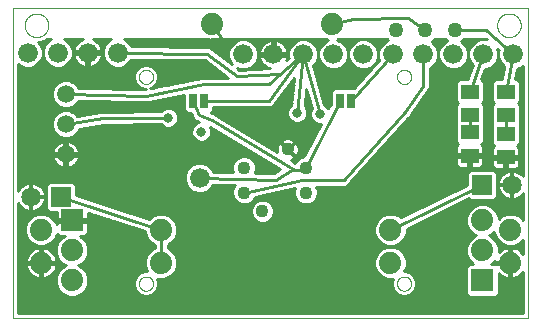
<source format=gtl>
G75*
%MOIN*%
%OFA0B0*%
%FSLAX25Y25*%
%IPPOS*%
%LPD*%
%AMOC8*
5,1,8,0,0,1.08239X$1,22.5*
%
%ADD10C,0.00000*%
%ADD11C,0.06600*%
%ADD12C,0.07400*%
%ADD13C,0.04362*%
%ADD14C,0.05937*%
%ADD15C,0.05000*%
%ADD16R,0.06500X0.06500*%
%ADD17C,0.06500*%
%ADD18R,0.02500X0.05000*%
%ADD19R,0.07400X0.07400*%
%ADD20R,0.05906X0.05118*%
%ADD21C,0.01000*%
%ADD22C,0.03200*%
D10*
X0003246Y0001374D02*
X0175057Y0001374D01*
X0175057Y0104917D01*
X0003246Y0104917D01*
X0003246Y0001374D01*
X0045246Y0012917D02*
X0045248Y0013014D01*
X0045254Y0013111D01*
X0045264Y0013207D01*
X0045278Y0013303D01*
X0045296Y0013399D01*
X0045317Y0013493D01*
X0045343Y0013587D01*
X0045372Y0013679D01*
X0045406Y0013770D01*
X0045442Y0013860D01*
X0045483Y0013948D01*
X0045527Y0014034D01*
X0045575Y0014119D01*
X0045626Y0014201D01*
X0045680Y0014282D01*
X0045738Y0014360D01*
X0045799Y0014435D01*
X0045862Y0014508D01*
X0045929Y0014579D01*
X0045999Y0014646D01*
X0046071Y0014711D01*
X0046146Y0014772D01*
X0046224Y0014831D01*
X0046303Y0014886D01*
X0046385Y0014938D01*
X0046469Y0014986D01*
X0046555Y0015031D01*
X0046643Y0015073D01*
X0046732Y0015111D01*
X0046823Y0015145D01*
X0046915Y0015175D01*
X0047008Y0015202D01*
X0047103Y0015224D01*
X0047198Y0015243D01*
X0047294Y0015258D01*
X0047390Y0015269D01*
X0047487Y0015276D01*
X0047584Y0015279D01*
X0047681Y0015278D01*
X0047778Y0015273D01*
X0047874Y0015264D01*
X0047970Y0015251D01*
X0048066Y0015234D01*
X0048161Y0015213D01*
X0048254Y0015189D01*
X0048347Y0015160D01*
X0048439Y0015128D01*
X0048529Y0015092D01*
X0048617Y0015053D01*
X0048704Y0015009D01*
X0048789Y0014963D01*
X0048872Y0014912D01*
X0048953Y0014859D01*
X0049031Y0014802D01*
X0049108Y0014742D01*
X0049181Y0014679D01*
X0049252Y0014613D01*
X0049320Y0014544D01*
X0049386Y0014472D01*
X0049448Y0014398D01*
X0049507Y0014321D01*
X0049563Y0014242D01*
X0049616Y0014160D01*
X0049666Y0014077D01*
X0049711Y0013991D01*
X0049754Y0013904D01*
X0049793Y0013815D01*
X0049828Y0013725D01*
X0049859Y0013633D01*
X0049886Y0013540D01*
X0049910Y0013446D01*
X0049930Y0013351D01*
X0049946Y0013255D01*
X0049958Y0013159D01*
X0049966Y0013062D01*
X0049970Y0012965D01*
X0049970Y0012869D01*
X0049966Y0012772D01*
X0049958Y0012675D01*
X0049946Y0012579D01*
X0049930Y0012483D01*
X0049910Y0012388D01*
X0049886Y0012294D01*
X0049859Y0012201D01*
X0049828Y0012109D01*
X0049793Y0012019D01*
X0049754Y0011930D01*
X0049711Y0011843D01*
X0049666Y0011757D01*
X0049616Y0011674D01*
X0049563Y0011592D01*
X0049507Y0011513D01*
X0049448Y0011436D01*
X0049386Y0011362D01*
X0049320Y0011290D01*
X0049252Y0011221D01*
X0049181Y0011155D01*
X0049108Y0011092D01*
X0049031Y0011032D01*
X0048953Y0010975D01*
X0048872Y0010922D01*
X0048789Y0010871D01*
X0048704Y0010825D01*
X0048617Y0010781D01*
X0048529Y0010742D01*
X0048439Y0010706D01*
X0048347Y0010674D01*
X0048254Y0010645D01*
X0048161Y0010621D01*
X0048066Y0010600D01*
X0047970Y0010583D01*
X0047874Y0010570D01*
X0047778Y0010561D01*
X0047681Y0010556D01*
X0047584Y0010555D01*
X0047487Y0010558D01*
X0047390Y0010565D01*
X0047294Y0010576D01*
X0047198Y0010591D01*
X0047103Y0010610D01*
X0047008Y0010632D01*
X0046915Y0010659D01*
X0046823Y0010689D01*
X0046732Y0010723D01*
X0046643Y0010761D01*
X0046555Y0010803D01*
X0046469Y0010848D01*
X0046385Y0010896D01*
X0046303Y0010948D01*
X0046224Y0011003D01*
X0046146Y0011062D01*
X0046071Y0011123D01*
X0045999Y0011188D01*
X0045929Y0011255D01*
X0045862Y0011326D01*
X0045799Y0011399D01*
X0045738Y0011474D01*
X0045680Y0011552D01*
X0045626Y0011633D01*
X0045575Y0011715D01*
X0045527Y0011800D01*
X0045483Y0011886D01*
X0045442Y0011974D01*
X0045406Y0012064D01*
X0045372Y0012155D01*
X0045343Y0012247D01*
X0045317Y0012341D01*
X0045296Y0012435D01*
X0045278Y0012531D01*
X0045264Y0012627D01*
X0045254Y0012723D01*
X0045248Y0012820D01*
X0045246Y0012917D01*
X0131270Y0012917D02*
X0131272Y0013014D01*
X0131278Y0013111D01*
X0131288Y0013207D01*
X0131302Y0013303D01*
X0131320Y0013399D01*
X0131341Y0013493D01*
X0131367Y0013587D01*
X0131396Y0013679D01*
X0131430Y0013770D01*
X0131466Y0013860D01*
X0131507Y0013948D01*
X0131551Y0014034D01*
X0131599Y0014119D01*
X0131650Y0014201D01*
X0131704Y0014282D01*
X0131762Y0014360D01*
X0131823Y0014435D01*
X0131886Y0014508D01*
X0131953Y0014579D01*
X0132023Y0014646D01*
X0132095Y0014711D01*
X0132170Y0014772D01*
X0132248Y0014831D01*
X0132327Y0014886D01*
X0132409Y0014938D01*
X0132493Y0014986D01*
X0132579Y0015031D01*
X0132667Y0015073D01*
X0132756Y0015111D01*
X0132847Y0015145D01*
X0132939Y0015175D01*
X0133032Y0015202D01*
X0133127Y0015224D01*
X0133222Y0015243D01*
X0133318Y0015258D01*
X0133414Y0015269D01*
X0133511Y0015276D01*
X0133608Y0015279D01*
X0133705Y0015278D01*
X0133802Y0015273D01*
X0133898Y0015264D01*
X0133994Y0015251D01*
X0134090Y0015234D01*
X0134185Y0015213D01*
X0134278Y0015189D01*
X0134371Y0015160D01*
X0134463Y0015128D01*
X0134553Y0015092D01*
X0134641Y0015053D01*
X0134728Y0015009D01*
X0134813Y0014963D01*
X0134896Y0014912D01*
X0134977Y0014859D01*
X0135055Y0014802D01*
X0135132Y0014742D01*
X0135205Y0014679D01*
X0135276Y0014613D01*
X0135344Y0014544D01*
X0135410Y0014472D01*
X0135472Y0014398D01*
X0135531Y0014321D01*
X0135587Y0014242D01*
X0135640Y0014160D01*
X0135690Y0014077D01*
X0135735Y0013991D01*
X0135778Y0013904D01*
X0135817Y0013815D01*
X0135852Y0013725D01*
X0135883Y0013633D01*
X0135910Y0013540D01*
X0135934Y0013446D01*
X0135954Y0013351D01*
X0135970Y0013255D01*
X0135982Y0013159D01*
X0135990Y0013062D01*
X0135994Y0012965D01*
X0135994Y0012869D01*
X0135990Y0012772D01*
X0135982Y0012675D01*
X0135970Y0012579D01*
X0135954Y0012483D01*
X0135934Y0012388D01*
X0135910Y0012294D01*
X0135883Y0012201D01*
X0135852Y0012109D01*
X0135817Y0012019D01*
X0135778Y0011930D01*
X0135735Y0011843D01*
X0135690Y0011757D01*
X0135640Y0011674D01*
X0135587Y0011592D01*
X0135531Y0011513D01*
X0135472Y0011436D01*
X0135410Y0011362D01*
X0135344Y0011290D01*
X0135276Y0011221D01*
X0135205Y0011155D01*
X0135132Y0011092D01*
X0135055Y0011032D01*
X0134977Y0010975D01*
X0134896Y0010922D01*
X0134813Y0010871D01*
X0134728Y0010825D01*
X0134641Y0010781D01*
X0134553Y0010742D01*
X0134463Y0010706D01*
X0134371Y0010674D01*
X0134278Y0010645D01*
X0134185Y0010621D01*
X0134090Y0010600D01*
X0133994Y0010583D01*
X0133898Y0010570D01*
X0133802Y0010561D01*
X0133705Y0010556D01*
X0133608Y0010555D01*
X0133511Y0010558D01*
X0133414Y0010565D01*
X0133318Y0010576D01*
X0133222Y0010591D01*
X0133127Y0010610D01*
X0133032Y0010632D01*
X0132939Y0010659D01*
X0132847Y0010689D01*
X0132756Y0010723D01*
X0132667Y0010761D01*
X0132579Y0010803D01*
X0132493Y0010848D01*
X0132409Y0010896D01*
X0132327Y0010948D01*
X0132248Y0011003D01*
X0132170Y0011062D01*
X0132095Y0011123D01*
X0132023Y0011188D01*
X0131953Y0011255D01*
X0131886Y0011326D01*
X0131823Y0011399D01*
X0131762Y0011474D01*
X0131704Y0011552D01*
X0131650Y0011633D01*
X0131599Y0011715D01*
X0131551Y0011800D01*
X0131507Y0011886D01*
X0131466Y0011974D01*
X0131430Y0012064D01*
X0131396Y0012155D01*
X0131367Y0012247D01*
X0131341Y0012341D01*
X0131320Y0012435D01*
X0131302Y0012531D01*
X0131288Y0012627D01*
X0131278Y0012723D01*
X0131272Y0012820D01*
X0131270Y0012917D01*
X0131270Y0081815D02*
X0131272Y0081912D01*
X0131278Y0082009D01*
X0131288Y0082105D01*
X0131302Y0082201D01*
X0131320Y0082297D01*
X0131341Y0082391D01*
X0131367Y0082485D01*
X0131396Y0082577D01*
X0131430Y0082668D01*
X0131466Y0082758D01*
X0131507Y0082846D01*
X0131551Y0082932D01*
X0131599Y0083017D01*
X0131650Y0083099D01*
X0131704Y0083180D01*
X0131762Y0083258D01*
X0131823Y0083333D01*
X0131886Y0083406D01*
X0131953Y0083477D01*
X0132023Y0083544D01*
X0132095Y0083609D01*
X0132170Y0083670D01*
X0132248Y0083729D01*
X0132327Y0083784D01*
X0132409Y0083836D01*
X0132493Y0083884D01*
X0132579Y0083929D01*
X0132667Y0083971D01*
X0132756Y0084009D01*
X0132847Y0084043D01*
X0132939Y0084073D01*
X0133032Y0084100D01*
X0133127Y0084122D01*
X0133222Y0084141D01*
X0133318Y0084156D01*
X0133414Y0084167D01*
X0133511Y0084174D01*
X0133608Y0084177D01*
X0133705Y0084176D01*
X0133802Y0084171D01*
X0133898Y0084162D01*
X0133994Y0084149D01*
X0134090Y0084132D01*
X0134185Y0084111D01*
X0134278Y0084087D01*
X0134371Y0084058D01*
X0134463Y0084026D01*
X0134553Y0083990D01*
X0134641Y0083951D01*
X0134728Y0083907D01*
X0134813Y0083861D01*
X0134896Y0083810D01*
X0134977Y0083757D01*
X0135055Y0083700D01*
X0135132Y0083640D01*
X0135205Y0083577D01*
X0135276Y0083511D01*
X0135344Y0083442D01*
X0135410Y0083370D01*
X0135472Y0083296D01*
X0135531Y0083219D01*
X0135587Y0083140D01*
X0135640Y0083058D01*
X0135690Y0082975D01*
X0135735Y0082889D01*
X0135778Y0082802D01*
X0135817Y0082713D01*
X0135852Y0082623D01*
X0135883Y0082531D01*
X0135910Y0082438D01*
X0135934Y0082344D01*
X0135954Y0082249D01*
X0135970Y0082153D01*
X0135982Y0082057D01*
X0135990Y0081960D01*
X0135994Y0081863D01*
X0135994Y0081767D01*
X0135990Y0081670D01*
X0135982Y0081573D01*
X0135970Y0081477D01*
X0135954Y0081381D01*
X0135934Y0081286D01*
X0135910Y0081192D01*
X0135883Y0081099D01*
X0135852Y0081007D01*
X0135817Y0080917D01*
X0135778Y0080828D01*
X0135735Y0080741D01*
X0135690Y0080655D01*
X0135640Y0080572D01*
X0135587Y0080490D01*
X0135531Y0080411D01*
X0135472Y0080334D01*
X0135410Y0080260D01*
X0135344Y0080188D01*
X0135276Y0080119D01*
X0135205Y0080053D01*
X0135132Y0079990D01*
X0135055Y0079930D01*
X0134977Y0079873D01*
X0134896Y0079820D01*
X0134813Y0079769D01*
X0134728Y0079723D01*
X0134641Y0079679D01*
X0134553Y0079640D01*
X0134463Y0079604D01*
X0134371Y0079572D01*
X0134278Y0079543D01*
X0134185Y0079519D01*
X0134090Y0079498D01*
X0133994Y0079481D01*
X0133898Y0079468D01*
X0133802Y0079459D01*
X0133705Y0079454D01*
X0133608Y0079453D01*
X0133511Y0079456D01*
X0133414Y0079463D01*
X0133318Y0079474D01*
X0133222Y0079489D01*
X0133127Y0079508D01*
X0133032Y0079530D01*
X0132939Y0079557D01*
X0132847Y0079587D01*
X0132756Y0079621D01*
X0132667Y0079659D01*
X0132579Y0079701D01*
X0132493Y0079746D01*
X0132409Y0079794D01*
X0132327Y0079846D01*
X0132248Y0079901D01*
X0132170Y0079960D01*
X0132095Y0080021D01*
X0132023Y0080086D01*
X0131953Y0080153D01*
X0131886Y0080224D01*
X0131823Y0080297D01*
X0131762Y0080372D01*
X0131704Y0080450D01*
X0131650Y0080531D01*
X0131599Y0080613D01*
X0131551Y0080698D01*
X0131507Y0080784D01*
X0131466Y0080872D01*
X0131430Y0080962D01*
X0131396Y0081053D01*
X0131367Y0081145D01*
X0131341Y0081239D01*
X0131320Y0081333D01*
X0131302Y0081429D01*
X0131288Y0081525D01*
X0131278Y0081621D01*
X0131272Y0081718D01*
X0131270Y0081815D01*
X0164663Y0099012D02*
X0164665Y0099137D01*
X0164671Y0099262D01*
X0164681Y0099386D01*
X0164695Y0099510D01*
X0164712Y0099634D01*
X0164734Y0099757D01*
X0164760Y0099879D01*
X0164789Y0100001D01*
X0164822Y0100121D01*
X0164860Y0100240D01*
X0164900Y0100359D01*
X0164945Y0100475D01*
X0164993Y0100590D01*
X0165045Y0100704D01*
X0165101Y0100816D01*
X0165160Y0100926D01*
X0165222Y0101034D01*
X0165288Y0101141D01*
X0165357Y0101245D01*
X0165430Y0101346D01*
X0165505Y0101446D01*
X0165584Y0101543D01*
X0165666Y0101637D01*
X0165751Y0101729D01*
X0165838Y0101818D01*
X0165929Y0101904D01*
X0166022Y0101987D01*
X0166118Y0102068D01*
X0166216Y0102145D01*
X0166316Y0102219D01*
X0166419Y0102290D01*
X0166524Y0102357D01*
X0166632Y0102422D01*
X0166741Y0102482D01*
X0166852Y0102540D01*
X0166965Y0102593D01*
X0167079Y0102643D01*
X0167195Y0102690D01*
X0167312Y0102732D01*
X0167431Y0102771D01*
X0167551Y0102807D01*
X0167672Y0102838D01*
X0167794Y0102866D01*
X0167916Y0102889D01*
X0168040Y0102909D01*
X0168164Y0102925D01*
X0168288Y0102937D01*
X0168413Y0102945D01*
X0168538Y0102949D01*
X0168662Y0102949D01*
X0168787Y0102945D01*
X0168912Y0102937D01*
X0169036Y0102925D01*
X0169160Y0102909D01*
X0169284Y0102889D01*
X0169406Y0102866D01*
X0169528Y0102838D01*
X0169649Y0102807D01*
X0169769Y0102771D01*
X0169888Y0102732D01*
X0170005Y0102690D01*
X0170121Y0102643D01*
X0170235Y0102593D01*
X0170348Y0102540D01*
X0170459Y0102482D01*
X0170569Y0102422D01*
X0170676Y0102357D01*
X0170781Y0102290D01*
X0170884Y0102219D01*
X0170984Y0102145D01*
X0171082Y0102068D01*
X0171178Y0101987D01*
X0171271Y0101904D01*
X0171362Y0101818D01*
X0171449Y0101729D01*
X0171534Y0101637D01*
X0171616Y0101543D01*
X0171695Y0101446D01*
X0171770Y0101346D01*
X0171843Y0101245D01*
X0171912Y0101141D01*
X0171978Y0101034D01*
X0172040Y0100926D01*
X0172099Y0100816D01*
X0172155Y0100704D01*
X0172207Y0100590D01*
X0172255Y0100475D01*
X0172300Y0100359D01*
X0172340Y0100240D01*
X0172378Y0100121D01*
X0172411Y0100001D01*
X0172440Y0099879D01*
X0172466Y0099757D01*
X0172488Y0099634D01*
X0172505Y0099510D01*
X0172519Y0099386D01*
X0172529Y0099262D01*
X0172535Y0099137D01*
X0172537Y0099012D01*
X0172535Y0098887D01*
X0172529Y0098762D01*
X0172519Y0098638D01*
X0172505Y0098514D01*
X0172488Y0098390D01*
X0172466Y0098267D01*
X0172440Y0098145D01*
X0172411Y0098023D01*
X0172378Y0097903D01*
X0172340Y0097784D01*
X0172300Y0097665D01*
X0172255Y0097549D01*
X0172207Y0097434D01*
X0172155Y0097320D01*
X0172099Y0097208D01*
X0172040Y0097098D01*
X0171978Y0096990D01*
X0171912Y0096883D01*
X0171843Y0096779D01*
X0171770Y0096678D01*
X0171695Y0096578D01*
X0171616Y0096481D01*
X0171534Y0096387D01*
X0171449Y0096295D01*
X0171362Y0096206D01*
X0171271Y0096120D01*
X0171178Y0096037D01*
X0171082Y0095956D01*
X0170984Y0095879D01*
X0170884Y0095805D01*
X0170781Y0095734D01*
X0170676Y0095667D01*
X0170568Y0095602D01*
X0170459Y0095542D01*
X0170348Y0095484D01*
X0170235Y0095431D01*
X0170121Y0095381D01*
X0170005Y0095334D01*
X0169888Y0095292D01*
X0169769Y0095253D01*
X0169649Y0095217D01*
X0169528Y0095186D01*
X0169406Y0095158D01*
X0169284Y0095135D01*
X0169160Y0095115D01*
X0169036Y0095099D01*
X0168912Y0095087D01*
X0168787Y0095079D01*
X0168662Y0095075D01*
X0168538Y0095075D01*
X0168413Y0095079D01*
X0168288Y0095087D01*
X0168164Y0095099D01*
X0168040Y0095115D01*
X0167916Y0095135D01*
X0167794Y0095158D01*
X0167672Y0095186D01*
X0167551Y0095217D01*
X0167431Y0095253D01*
X0167312Y0095292D01*
X0167195Y0095334D01*
X0167079Y0095381D01*
X0166965Y0095431D01*
X0166852Y0095484D01*
X0166741Y0095542D01*
X0166631Y0095602D01*
X0166524Y0095667D01*
X0166419Y0095734D01*
X0166316Y0095805D01*
X0166216Y0095879D01*
X0166118Y0095956D01*
X0166022Y0096037D01*
X0165929Y0096120D01*
X0165838Y0096206D01*
X0165751Y0096295D01*
X0165666Y0096387D01*
X0165584Y0096481D01*
X0165505Y0096578D01*
X0165430Y0096678D01*
X0165357Y0096779D01*
X0165288Y0096883D01*
X0165222Y0096990D01*
X0165160Y0097098D01*
X0165101Y0097208D01*
X0165045Y0097320D01*
X0164993Y0097434D01*
X0164945Y0097549D01*
X0164900Y0097665D01*
X0164860Y0097784D01*
X0164822Y0097903D01*
X0164789Y0098023D01*
X0164760Y0098145D01*
X0164734Y0098267D01*
X0164712Y0098390D01*
X0164695Y0098514D01*
X0164681Y0098638D01*
X0164671Y0098762D01*
X0164665Y0098887D01*
X0164663Y0099012D01*
X0045246Y0081815D02*
X0045248Y0081912D01*
X0045254Y0082009D01*
X0045264Y0082105D01*
X0045278Y0082201D01*
X0045296Y0082297D01*
X0045317Y0082391D01*
X0045343Y0082485D01*
X0045372Y0082577D01*
X0045406Y0082668D01*
X0045442Y0082758D01*
X0045483Y0082846D01*
X0045527Y0082932D01*
X0045575Y0083017D01*
X0045626Y0083099D01*
X0045680Y0083180D01*
X0045738Y0083258D01*
X0045799Y0083333D01*
X0045862Y0083406D01*
X0045929Y0083477D01*
X0045999Y0083544D01*
X0046071Y0083609D01*
X0046146Y0083670D01*
X0046224Y0083729D01*
X0046303Y0083784D01*
X0046385Y0083836D01*
X0046469Y0083884D01*
X0046555Y0083929D01*
X0046643Y0083971D01*
X0046732Y0084009D01*
X0046823Y0084043D01*
X0046915Y0084073D01*
X0047008Y0084100D01*
X0047103Y0084122D01*
X0047198Y0084141D01*
X0047294Y0084156D01*
X0047390Y0084167D01*
X0047487Y0084174D01*
X0047584Y0084177D01*
X0047681Y0084176D01*
X0047778Y0084171D01*
X0047874Y0084162D01*
X0047970Y0084149D01*
X0048066Y0084132D01*
X0048161Y0084111D01*
X0048254Y0084087D01*
X0048347Y0084058D01*
X0048439Y0084026D01*
X0048529Y0083990D01*
X0048617Y0083951D01*
X0048704Y0083907D01*
X0048789Y0083861D01*
X0048872Y0083810D01*
X0048953Y0083757D01*
X0049031Y0083700D01*
X0049108Y0083640D01*
X0049181Y0083577D01*
X0049252Y0083511D01*
X0049320Y0083442D01*
X0049386Y0083370D01*
X0049448Y0083296D01*
X0049507Y0083219D01*
X0049563Y0083140D01*
X0049616Y0083058D01*
X0049666Y0082975D01*
X0049711Y0082889D01*
X0049754Y0082802D01*
X0049793Y0082713D01*
X0049828Y0082623D01*
X0049859Y0082531D01*
X0049886Y0082438D01*
X0049910Y0082344D01*
X0049930Y0082249D01*
X0049946Y0082153D01*
X0049958Y0082057D01*
X0049966Y0081960D01*
X0049970Y0081863D01*
X0049970Y0081767D01*
X0049966Y0081670D01*
X0049958Y0081573D01*
X0049946Y0081477D01*
X0049930Y0081381D01*
X0049910Y0081286D01*
X0049886Y0081192D01*
X0049859Y0081099D01*
X0049828Y0081007D01*
X0049793Y0080917D01*
X0049754Y0080828D01*
X0049711Y0080741D01*
X0049666Y0080655D01*
X0049616Y0080572D01*
X0049563Y0080490D01*
X0049507Y0080411D01*
X0049448Y0080334D01*
X0049386Y0080260D01*
X0049320Y0080188D01*
X0049252Y0080119D01*
X0049181Y0080053D01*
X0049108Y0079990D01*
X0049031Y0079930D01*
X0048953Y0079873D01*
X0048872Y0079820D01*
X0048789Y0079769D01*
X0048704Y0079723D01*
X0048617Y0079679D01*
X0048529Y0079640D01*
X0048439Y0079604D01*
X0048347Y0079572D01*
X0048254Y0079543D01*
X0048161Y0079519D01*
X0048066Y0079498D01*
X0047970Y0079481D01*
X0047874Y0079468D01*
X0047778Y0079459D01*
X0047681Y0079454D01*
X0047584Y0079453D01*
X0047487Y0079456D01*
X0047390Y0079463D01*
X0047294Y0079474D01*
X0047198Y0079489D01*
X0047103Y0079508D01*
X0047008Y0079530D01*
X0046915Y0079557D01*
X0046823Y0079587D01*
X0046732Y0079621D01*
X0046643Y0079659D01*
X0046555Y0079701D01*
X0046469Y0079746D01*
X0046385Y0079794D01*
X0046303Y0079846D01*
X0046224Y0079901D01*
X0046146Y0079960D01*
X0046071Y0080021D01*
X0045999Y0080086D01*
X0045929Y0080153D01*
X0045862Y0080224D01*
X0045799Y0080297D01*
X0045738Y0080372D01*
X0045680Y0080450D01*
X0045626Y0080531D01*
X0045575Y0080613D01*
X0045527Y0080698D01*
X0045483Y0080784D01*
X0045442Y0080872D01*
X0045406Y0080962D01*
X0045372Y0081053D01*
X0045343Y0081145D01*
X0045317Y0081239D01*
X0045296Y0081333D01*
X0045278Y0081429D01*
X0045264Y0081525D01*
X0045254Y0081621D01*
X0045248Y0081718D01*
X0045246Y0081815D01*
X0007183Y0099012D02*
X0007185Y0099137D01*
X0007191Y0099262D01*
X0007201Y0099386D01*
X0007215Y0099510D01*
X0007232Y0099634D01*
X0007254Y0099757D01*
X0007280Y0099879D01*
X0007309Y0100001D01*
X0007342Y0100121D01*
X0007380Y0100240D01*
X0007420Y0100359D01*
X0007465Y0100475D01*
X0007513Y0100590D01*
X0007565Y0100704D01*
X0007621Y0100816D01*
X0007680Y0100926D01*
X0007742Y0101034D01*
X0007808Y0101141D01*
X0007877Y0101245D01*
X0007950Y0101346D01*
X0008025Y0101446D01*
X0008104Y0101543D01*
X0008186Y0101637D01*
X0008271Y0101729D01*
X0008358Y0101818D01*
X0008449Y0101904D01*
X0008542Y0101987D01*
X0008638Y0102068D01*
X0008736Y0102145D01*
X0008836Y0102219D01*
X0008939Y0102290D01*
X0009044Y0102357D01*
X0009152Y0102422D01*
X0009261Y0102482D01*
X0009372Y0102540D01*
X0009485Y0102593D01*
X0009599Y0102643D01*
X0009715Y0102690D01*
X0009832Y0102732D01*
X0009951Y0102771D01*
X0010071Y0102807D01*
X0010192Y0102838D01*
X0010314Y0102866D01*
X0010436Y0102889D01*
X0010560Y0102909D01*
X0010684Y0102925D01*
X0010808Y0102937D01*
X0010933Y0102945D01*
X0011058Y0102949D01*
X0011182Y0102949D01*
X0011307Y0102945D01*
X0011432Y0102937D01*
X0011556Y0102925D01*
X0011680Y0102909D01*
X0011804Y0102889D01*
X0011926Y0102866D01*
X0012048Y0102838D01*
X0012169Y0102807D01*
X0012289Y0102771D01*
X0012408Y0102732D01*
X0012525Y0102690D01*
X0012641Y0102643D01*
X0012755Y0102593D01*
X0012868Y0102540D01*
X0012979Y0102482D01*
X0013089Y0102422D01*
X0013196Y0102357D01*
X0013301Y0102290D01*
X0013404Y0102219D01*
X0013504Y0102145D01*
X0013602Y0102068D01*
X0013698Y0101987D01*
X0013791Y0101904D01*
X0013882Y0101818D01*
X0013969Y0101729D01*
X0014054Y0101637D01*
X0014136Y0101543D01*
X0014215Y0101446D01*
X0014290Y0101346D01*
X0014363Y0101245D01*
X0014432Y0101141D01*
X0014498Y0101034D01*
X0014560Y0100926D01*
X0014619Y0100816D01*
X0014675Y0100704D01*
X0014727Y0100590D01*
X0014775Y0100475D01*
X0014820Y0100359D01*
X0014860Y0100240D01*
X0014898Y0100121D01*
X0014931Y0100001D01*
X0014960Y0099879D01*
X0014986Y0099757D01*
X0015008Y0099634D01*
X0015025Y0099510D01*
X0015039Y0099386D01*
X0015049Y0099262D01*
X0015055Y0099137D01*
X0015057Y0099012D01*
X0015055Y0098887D01*
X0015049Y0098762D01*
X0015039Y0098638D01*
X0015025Y0098514D01*
X0015008Y0098390D01*
X0014986Y0098267D01*
X0014960Y0098145D01*
X0014931Y0098023D01*
X0014898Y0097903D01*
X0014860Y0097784D01*
X0014820Y0097665D01*
X0014775Y0097549D01*
X0014727Y0097434D01*
X0014675Y0097320D01*
X0014619Y0097208D01*
X0014560Y0097098D01*
X0014498Y0096990D01*
X0014432Y0096883D01*
X0014363Y0096779D01*
X0014290Y0096678D01*
X0014215Y0096578D01*
X0014136Y0096481D01*
X0014054Y0096387D01*
X0013969Y0096295D01*
X0013882Y0096206D01*
X0013791Y0096120D01*
X0013698Y0096037D01*
X0013602Y0095956D01*
X0013504Y0095879D01*
X0013404Y0095805D01*
X0013301Y0095734D01*
X0013196Y0095667D01*
X0013088Y0095602D01*
X0012979Y0095542D01*
X0012868Y0095484D01*
X0012755Y0095431D01*
X0012641Y0095381D01*
X0012525Y0095334D01*
X0012408Y0095292D01*
X0012289Y0095253D01*
X0012169Y0095217D01*
X0012048Y0095186D01*
X0011926Y0095158D01*
X0011804Y0095135D01*
X0011680Y0095115D01*
X0011556Y0095099D01*
X0011432Y0095087D01*
X0011307Y0095079D01*
X0011182Y0095075D01*
X0011058Y0095075D01*
X0010933Y0095079D01*
X0010808Y0095087D01*
X0010684Y0095099D01*
X0010560Y0095115D01*
X0010436Y0095135D01*
X0010314Y0095158D01*
X0010192Y0095186D01*
X0010071Y0095217D01*
X0009951Y0095253D01*
X0009832Y0095292D01*
X0009715Y0095334D01*
X0009599Y0095381D01*
X0009485Y0095431D01*
X0009372Y0095484D01*
X0009261Y0095542D01*
X0009151Y0095602D01*
X0009044Y0095667D01*
X0008939Y0095734D01*
X0008836Y0095805D01*
X0008736Y0095879D01*
X0008638Y0095956D01*
X0008542Y0096037D01*
X0008449Y0096120D01*
X0008358Y0096206D01*
X0008271Y0096295D01*
X0008186Y0096387D01*
X0008104Y0096481D01*
X0008025Y0096578D01*
X0007950Y0096678D01*
X0007877Y0096779D01*
X0007808Y0096883D01*
X0007742Y0096990D01*
X0007680Y0097098D01*
X0007621Y0097208D01*
X0007565Y0097320D01*
X0007513Y0097434D01*
X0007465Y0097549D01*
X0007420Y0097665D01*
X0007380Y0097784D01*
X0007342Y0097903D01*
X0007309Y0098023D01*
X0007280Y0098145D01*
X0007254Y0098267D01*
X0007232Y0098390D01*
X0007215Y0098514D01*
X0007201Y0098638D01*
X0007191Y0098762D01*
X0007185Y0098887D01*
X0007183Y0099012D01*
D11*
X0008140Y0089866D03*
X0018140Y0089866D03*
X0028140Y0089866D03*
X0038140Y0089866D03*
X0080057Y0089366D03*
X0090057Y0089366D03*
X0100057Y0089366D03*
X0110057Y0089366D03*
X0120057Y0089366D03*
X0130057Y0089366D03*
X0140057Y0089366D03*
X0150057Y0089366D03*
X0160057Y0089366D03*
X0170057Y0089366D03*
X0065510Y0048185D03*
D12*
X0052683Y0030866D03*
X0052683Y0019866D03*
X0022983Y0023992D03*
X0012683Y0019866D03*
X0022983Y0013992D03*
X0012683Y0030866D03*
X0069557Y0099366D03*
X0109557Y0099366D03*
X0159757Y0033992D03*
X0169057Y0030866D03*
X0159757Y0023992D03*
X0169057Y0019866D03*
X0129057Y0019866D03*
X0129057Y0030866D03*
D13*
X0100920Y0043190D03*
X0100920Y0051542D03*
X0094796Y0057667D03*
X0080320Y0051542D03*
X0080320Y0043190D03*
X0086444Y0037066D03*
D14*
X0020872Y0055992D03*
X0020872Y0065992D03*
X0020872Y0075992D03*
D15*
X0130919Y0097311D03*
X0140762Y0097311D03*
X0150604Y0097311D03*
D16*
X0159557Y0045866D03*
X0019246Y0041866D03*
D17*
X0009246Y0041866D03*
X0169557Y0045866D03*
D18*
X0116092Y0073866D03*
X0112148Y0073866D03*
X0067092Y0073866D03*
X0063148Y0073866D03*
D19*
X0022983Y0033992D03*
X0159757Y0013992D03*
D20*
X0167557Y0055055D03*
X0155557Y0055555D03*
X0155557Y0063429D03*
X0155557Y0069055D03*
X0167557Y0069055D03*
X0167557Y0062929D03*
X0167557Y0076929D03*
X0155557Y0076929D03*
D21*
X0160057Y0089366D01*
X0155421Y0091240D02*
X0154693Y0091240D01*
X0155057Y0090361D02*
X0155057Y0088372D01*
X0155818Y0086534D01*
X0156460Y0085892D01*
X0154759Y0081188D01*
X0151900Y0081188D01*
X0150904Y0080192D01*
X0150904Y0073666D01*
X0151578Y0072992D01*
X0150904Y0072318D01*
X0150904Y0060166D01*
X0151729Y0059341D01*
X0151683Y0059314D01*
X0151404Y0059035D01*
X0151207Y0058693D01*
X0151104Y0058312D01*
X0151104Y0056055D01*
X0155057Y0056055D01*
X0155057Y0055055D01*
X0156057Y0055055D01*
X0156057Y0051496D01*
X0158707Y0051496D01*
X0159089Y0051598D01*
X0159431Y0051796D01*
X0159710Y0052075D01*
X0159908Y0052417D01*
X0160010Y0052799D01*
X0160010Y0055055D01*
X0156057Y0055055D01*
X0156057Y0056055D01*
X0160010Y0056055D01*
X0160010Y0058312D01*
X0159908Y0058693D01*
X0159710Y0059035D01*
X0159431Y0059314D01*
X0159385Y0059341D01*
X0160210Y0060166D01*
X0160210Y0072318D01*
X0159536Y0072992D01*
X0160210Y0073666D01*
X0160210Y0080192D01*
X0159378Y0081024D01*
X0160588Y0084366D01*
X0161052Y0084366D01*
X0162889Y0085127D01*
X0164296Y0086534D01*
X0165057Y0088372D01*
X0165818Y0086534D01*
X0167005Y0085347D01*
X0166169Y0081188D01*
X0163900Y0081188D01*
X0162904Y0080192D01*
X0162904Y0073666D01*
X0163578Y0072992D01*
X0162904Y0072318D01*
X0162904Y0059666D01*
X0163729Y0058841D01*
X0163683Y0058814D01*
X0163404Y0058535D01*
X0163207Y0058193D01*
X0163104Y0057812D01*
X0163104Y0055555D01*
X0167057Y0055555D01*
X0167057Y0054555D01*
X0168057Y0054555D01*
X0168057Y0050996D01*
X0170707Y0050996D01*
X0171089Y0051098D01*
X0171431Y0051296D01*
X0171710Y0051575D01*
X0171908Y0051917D01*
X0172010Y0052299D01*
X0172010Y0054555D01*
X0168057Y0054555D01*
X0168057Y0055555D01*
X0172010Y0055555D01*
X0172010Y0057812D01*
X0171908Y0058193D01*
X0171710Y0058535D01*
X0171431Y0058814D01*
X0171385Y0058841D01*
X0172210Y0059666D01*
X0172210Y0072318D01*
X0171536Y0072992D01*
X0172210Y0073666D01*
X0172210Y0080192D01*
X0171214Y0081188D01*
X0170657Y0081188D01*
X0171318Y0084477D01*
X0172889Y0085127D01*
X0173357Y0085595D01*
X0173357Y0048717D01*
X0173180Y0048961D01*
X0172652Y0049489D01*
X0172047Y0049929D01*
X0171380Y0050268D01*
X0170669Y0050499D01*
X0169931Y0050616D01*
X0169746Y0050616D01*
X0169746Y0046055D01*
X0169368Y0046055D01*
X0169368Y0045677D01*
X0169746Y0045677D01*
X0169746Y0041116D01*
X0169931Y0041116D01*
X0170669Y0041233D01*
X0171380Y0041464D01*
X0172047Y0041804D01*
X0172652Y0042243D01*
X0173180Y0042772D01*
X0173357Y0043015D01*
X0173357Y0034203D01*
X0172116Y0035444D01*
X0170131Y0036266D01*
X0167983Y0036266D01*
X0165998Y0035444D01*
X0165157Y0034603D01*
X0165157Y0035066D01*
X0164335Y0037051D01*
X0162816Y0038570D01*
X0160831Y0039392D01*
X0158683Y0039392D01*
X0156698Y0038570D01*
X0155179Y0037051D01*
X0154357Y0035066D01*
X0154357Y0032918D01*
X0155179Y0030933D01*
X0156698Y0029414D01*
X0157717Y0028992D01*
X0156698Y0028570D01*
X0155179Y0027051D01*
X0154357Y0025066D01*
X0154357Y0022918D01*
X0155179Y0020933D01*
X0156698Y0019414D01*
X0156752Y0019392D01*
X0155353Y0019392D01*
X0154357Y0018396D01*
X0154357Y0009588D01*
X0155353Y0008592D01*
X0164161Y0008592D01*
X0165157Y0009588D01*
X0165157Y0016412D01*
X0165670Y0015900D01*
X0166332Y0015419D01*
X0167061Y0015047D01*
X0167839Y0014794D01*
X0168648Y0014666D01*
X0168671Y0014666D01*
X0168671Y0019480D01*
X0169443Y0019480D01*
X0169443Y0014666D01*
X0169466Y0014666D01*
X0170275Y0014794D01*
X0171053Y0015047D01*
X0171782Y0015419D01*
X0172445Y0015900D01*
X0173023Y0016479D01*
X0173357Y0016938D01*
X0173357Y0003074D01*
X0004946Y0003074D01*
X0004946Y0039843D01*
X0005184Y0039377D01*
X0005623Y0038772D01*
X0006152Y0038243D01*
X0006757Y0037804D01*
X0007423Y0037464D01*
X0008134Y0037233D01*
X0008872Y0037116D01*
X0009057Y0037116D01*
X0009057Y0041677D01*
X0009435Y0041677D01*
X0009435Y0037116D01*
X0009620Y0037116D01*
X0010358Y0037233D01*
X0011069Y0037464D01*
X0011736Y0037804D01*
X0012340Y0038243D01*
X0012869Y0038772D01*
X0013309Y0039377D01*
X0013648Y0040043D01*
X0013879Y0040754D01*
X0013996Y0041492D01*
X0013996Y0041677D01*
X0009435Y0041677D01*
X0009435Y0042055D01*
X0013996Y0042055D01*
X0013996Y0042240D01*
X0013879Y0042978D01*
X0013648Y0043690D01*
X0013309Y0044356D01*
X0012869Y0044961D01*
X0012340Y0045489D01*
X0011736Y0045929D01*
X0011069Y0046268D01*
X0010358Y0046499D01*
X0009620Y0046616D01*
X0009435Y0046616D01*
X0009435Y0042055D01*
X0009057Y0042055D01*
X0009057Y0046616D01*
X0008872Y0046616D01*
X0008134Y0046499D01*
X0007423Y0046268D01*
X0006757Y0045929D01*
X0006152Y0045489D01*
X0005623Y0044961D01*
X0005184Y0044356D01*
X0004946Y0043890D01*
X0004946Y0085989D01*
X0005307Y0085627D01*
X0007145Y0084866D01*
X0009134Y0084866D01*
X0010972Y0085627D01*
X0012379Y0087034D01*
X0013140Y0088872D01*
X0013901Y0087034D01*
X0015307Y0085627D01*
X0017145Y0084866D01*
X0019134Y0084866D01*
X0020972Y0085627D01*
X0022379Y0087034D01*
X0023140Y0088872D01*
X0023140Y0090861D01*
X0022379Y0092698D01*
X0020972Y0094105D01*
X0020341Y0094366D01*
X0026456Y0094366D01*
X0026297Y0094314D01*
X0025624Y0093971D01*
X0025013Y0093527D01*
X0024479Y0092993D01*
X0024034Y0092382D01*
X0023691Y0091709D01*
X0023458Y0090990D01*
X0023359Y0090366D01*
X0027640Y0090366D01*
X0027640Y0089366D01*
X0028640Y0089366D01*
X0028640Y0090366D01*
X0032920Y0090366D01*
X0032822Y0090990D01*
X0032588Y0091709D01*
X0032245Y0092382D01*
X0031801Y0092993D01*
X0031267Y0093527D01*
X0030655Y0093971D01*
X0029982Y0094314D01*
X0029823Y0094366D01*
X0035938Y0094366D01*
X0035307Y0094105D01*
X0033901Y0092698D01*
X0033140Y0090861D01*
X0033140Y0088872D01*
X0033901Y0087034D01*
X0035307Y0085627D01*
X0037145Y0084866D01*
X0039134Y0084866D01*
X0040972Y0085627D01*
X0042379Y0087034D01*
X0042617Y0087610D01*
X0067312Y0087301D01*
X0074958Y0081566D01*
X0067724Y0081566D01*
X0067521Y0081702D01*
X0066840Y0081566D01*
X0066146Y0081566D01*
X0065973Y0081393D01*
X0049074Y0078025D01*
X0049909Y0078371D01*
X0051052Y0079514D01*
X0051670Y0081007D01*
X0051670Y0082623D01*
X0051052Y0084116D01*
X0049909Y0085259D01*
X0048416Y0085877D01*
X0046800Y0085877D01*
X0045307Y0085259D01*
X0044164Y0084116D01*
X0043546Y0082623D01*
X0043546Y0081007D01*
X0044164Y0079514D01*
X0045307Y0078371D01*
X0046800Y0077753D01*
X0047707Y0077753D01*
X0047423Y0077696D01*
X0025046Y0078114D01*
X0024830Y0078637D01*
X0023517Y0079950D01*
X0021801Y0080661D01*
X0019943Y0080661D01*
X0018228Y0079950D01*
X0016914Y0078637D01*
X0016204Y0076921D01*
X0016204Y0075063D01*
X0016914Y0073348D01*
X0018228Y0072034D01*
X0019943Y0071324D01*
X0021801Y0071324D01*
X0023517Y0072034D01*
X0024830Y0073348D01*
X0024982Y0073715D01*
X0046935Y0073305D01*
X0047156Y0073156D01*
X0047817Y0073288D01*
X0048490Y0073275D01*
X0048682Y0073461D01*
X0060198Y0075756D01*
X0060198Y0070662D01*
X0061194Y0069666D01*
X0062625Y0069666D01*
X0063286Y0068196D01*
X0063634Y0067378D01*
X0063658Y0067369D01*
X0063668Y0067345D01*
X0064500Y0067030D01*
X0065248Y0066729D01*
X0064188Y0066290D01*
X0063259Y0065361D01*
X0062757Y0064149D01*
X0062757Y0062836D01*
X0063259Y0061623D01*
X0064188Y0060695D01*
X0065401Y0060192D01*
X0066713Y0060192D01*
X0067926Y0060695D01*
X0068855Y0061623D01*
X0069357Y0062836D01*
X0069357Y0064149D01*
X0068932Y0065175D01*
X0092358Y0051082D01*
X0090334Y0049741D01*
X0083844Y0049909D01*
X0084201Y0050770D01*
X0084201Y0052314D01*
X0083610Y0053740D01*
X0082518Y0054832D01*
X0081092Y0055423D01*
X0079548Y0055423D01*
X0078121Y0054832D01*
X0077029Y0053740D01*
X0076439Y0052314D01*
X0076439Y0050770D01*
X0076718Y0050095D01*
X0070059Y0050268D01*
X0069749Y0051017D01*
X0068342Y0052424D01*
X0066504Y0053185D01*
X0064515Y0053185D01*
X0062678Y0052424D01*
X0061271Y0051017D01*
X0060510Y0049180D01*
X0060510Y0047190D01*
X0061271Y0045353D01*
X0062678Y0043946D01*
X0064515Y0043185D01*
X0066504Y0043185D01*
X0068342Y0043946D01*
X0069749Y0045353D01*
X0069962Y0045869D01*
X0077318Y0045678D01*
X0077029Y0045389D01*
X0076439Y0043962D01*
X0076439Y0042418D01*
X0077029Y0040992D01*
X0078121Y0039900D01*
X0079548Y0039309D01*
X0081092Y0039309D01*
X0082518Y0039900D01*
X0083610Y0040992D01*
X0083911Y0041719D01*
X0097315Y0044628D01*
X0097039Y0043962D01*
X0097039Y0042418D01*
X0097630Y0040992D01*
X0098722Y0039900D01*
X0100148Y0039309D01*
X0101692Y0039309D01*
X0103119Y0039900D01*
X0104211Y0040992D01*
X0104802Y0042418D01*
X0104802Y0043962D01*
X0104288Y0045202D01*
X0112626Y0045266D01*
X0112670Y0045227D01*
X0113529Y0045273D01*
X0114391Y0045279D01*
X0114432Y0045321D01*
X0114490Y0045324D01*
X0115065Y0045965D01*
X0115669Y0046578D01*
X0115669Y0046636D01*
X0135079Y0068231D01*
X0135221Y0068255D01*
X0135676Y0068895D01*
X0136200Y0069479D01*
X0136192Y0069623D01*
X0141731Y0077427D01*
X0142246Y0077954D01*
X0142244Y0078151D01*
X0142359Y0078312D01*
X0142236Y0079039D01*
X0142177Y0084832D01*
X0142889Y0085127D01*
X0144296Y0086534D01*
X0145057Y0088372D01*
X0145818Y0086534D01*
X0147225Y0085127D01*
X0149063Y0084366D01*
X0151052Y0084366D01*
X0152889Y0085127D01*
X0154296Y0086534D01*
X0155057Y0088372D01*
X0155057Y0090361D01*
X0154296Y0092198D01*
X0152889Y0093605D01*
X0152761Y0093658D01*
X0152983Y0093750D01*
X0153599Y0094366D01*
X0161115Y0094366D01*
X0161170Y0094317D01*
X0161052Y0094366D01*
X0159063Y0094366D01*
X0157225Y0093605D01*
X0155818Y0092198D01*
X0155057Y0090361D01*
X0155057Y0090242D02*
X0155057Y0090242D01*
X0155057Y0089243D02*
X0155057Y0089243D01*
X0155004Y0088245D02*
X0155110Y0088245D01*
X0155523Y0087246D02*
X0154591Y0087246D01*
X0154009Y0086247D02*
X0156105Y0086247D01*
X0156228Y0085249D02*
X0153011Y0085249D01*
X0155867Y0084250D02*
X0142183Y0084250D01*
X0142193Y0083252D02*
X0155505Y0083252D01*
X0155144Y0082253D02*
X0142203Y0082253D01*
X0142213Y0081255D02*
X0154783Y0081255D01*
X0150968Y0080256D02*
X0142223Y0080256D01*
X0142233Y0079258D02*
X0150904Y0079258D01*
X0150904Y0078259D02*
X0142321Y0078259D01*
X0141613Y0077261D02*
X0150904Y0077261D01*
X0150904Y0076262D02*
X0140904Y0076262D01*
X0140195Y0075264D02*
X0150904Y0075264D01*
X0150904Y0074265D02*
X0139487Y0074265D01*
X0138778Y0073267D02*
X0151303Y0073267D01*
X0150904Y0072268D02*
X0138069Y0072268D01*
X0137361Y0071270D02*
X0150904Y0071270D01*
X0150904Y0070271D02*
X0136652Y0070271D01*
X0136015Y0069273D02*
X0150904Y0069273D01*
X0150904Y0068274D02*
X0135235Y0068274D01*
X0134220Y0067276D02*
X0150904Y0067276D01*
X0150904Y0066277D02*
X0133323Y0066277D01*
X0132425Y0065279D02*
X0150904Y0065279D01*
X0150904Y0064280D02*
X0131528Y0064280D01*
X0130630Y0063282D02*
X0150904Y0063282D01*
X0150904Y0062283D02*
X0129733Y0062283D01*
X0128835Y0061285D02*
X0150904Y0061285D01*
X0150904Y0060286D02*
X0127938Y0060286D01*
X0127040Y0059288D02*
X0151657Y0059288D01*
X0151104Y0058289D02*
X0126143Y0058289D01*
X0125245Y0057291D02*
X0151104Y0057291D01*
X0151104Y0056292D02*
X0124348Y0056292D01*
X0123450Y0055294D02*
X0155057Y0055294D01*
X0155057Y0055055D02*
X0151104Y0055055D01*
X0151104Y0052799D01*
X0151207Y0052417D01*
X0151404Y0052075D01*
X0151683Y0051796D01*
X0152025Y0051598D01*
X0152407Y0051496D01*
X0155057Y0051496D01*
X0155057Y0055055D01*
X0155057Y0054295D02*
X0156057Y0054295D01*
X0156057Y0053297D02*
X0155057Y0053297D01*
X0155057Y0052298D02*
X0156057Y0052298D01*
X0155603Y0050816D02*
X0154607Y0049820D01*
X0154607Y0045883D01*
X0132533Y0035027D01*
X0132116Y0035444D01*
X0130131Y0036266D01*
X0127983Y0036266D01*
X0125998Y0035444D01*
X0124479Y0033925D01*
X0123657Y0031940D01*
X0123657Y0029792D01*
X0124479Y0027807D01*
X0125998Y0026288D01*
X0127983Y0025466D01*
X0130131Y0025466D01*
X0132116Y0026288D01*
X0133635Y0027807D01*
X0134457Y0029792D01*
X0134457Y0031070D01*
X0155232Y0041287D01*
X0155603Y0040916D01*
X0163511Y0040916D01*
X0164507Y0041912D01*
X0164507Y0049820D01*
X0163511Y0050816D01*
X0155603Y0050816D01*
X0155088Y0050301D02*
X0118963Y0050301D01*
X0118066Y0049303D02*
X0154607Y0049303D01*
X0154607Y0048304D02*
X0117168Y0048304D01*
X0116271Y0047306D02*
X0154607Y0047306D01*
X0154607Y0046307D02*
X0115403Y0046307D01*
X0114419Y0045309D02*
X0153438Y0045309D01*
X0151408Y0044310D02*
X0104658Y0044310D01*
X0104802Y0043311D02*
X0149378Y0043311D01*
X0147347Y0042313D02*
X0104758Y0042313D01*
X0104344Y0041314D02*
X0145317Y0041314D01*
X0143287Y0040316D02*
X0103535Y0040316D01*
X0101712Y0039317D02*
X0141256Y0039317D01*
X0139226Y0038319D02*
X0090126Y0038319D01*
X0090325Y0037838D02*
X0089734Y0039264D01*
X0088643Y0040356D01*
X0087216Y0040947D01*
X0085672Y0040947D01*
X0084246Y0040356D01*
X0083154Y0039264D01*
X0082563Y0037838D01*
X0082563Y0036294D01*
X0083154Y0034867D01*
X0084246Y0033776D01*
X0085672Y0033185D01*
X0087216Y0033185D01*
X0088643Y0033776D01*
X0089734Y0034867D01*
X0090325Y0036294D01*
X0090325Y0037838D01*
X0090325Y0037320D02*
X0137196Y0037320D01*
X0135165Y0036322D02*
X0090325Y0036322D01*
X0089923Y0035323D02*
X0125878Y0035323D01*
X0124879Y0034325D02*
X0089192Y0034325D01*
X0087558Y0033326D02*
X0124231Y0033326D01*
X0123818Y0032328D02*
X0057923Y0032328D01*
X0058083Y0031940D02*
X0057261Y0033925D01*
X0055742Y0035444D01*
X0053757Y0036266D01*
X0051609Y0036266D01*
X0049624Y0035444D01*
X0048679Y0034499D01*
X0024196Y0042554D01*
X0024196Y0045820D01*
X0023200Y0046816D01*
X0015292Y0046816D01*
X0014296Y0045820D01*
X0014296Y0037912D01*
X0015292Y0036916D01*
X0017783Y0036916D01*
X0017783Y0034492D01*
X0022483Y0034492D01*
X0022483Y0033492D01*
X0017783Y0033492D01*
X0017783Y0032664D01*
X0017261Y0033925D01*
X0015742Y0035444D01*
X0013757Y0036266D01*
X0011609Y0036266D01*
X0009624Y0035444D01*
X0008105Y0033925D01*
X0007283Y0031940D01*
X0007283Y0029792D01*
X0008105Y0027807D01*
X0009624Y0026288D01*
X0011609Y0025466D01*
X0013757Y0025466D01*
X0015742Y0026288D01*
X0017261Y0027807D01*
X0017981Y0029547D01*
X0018083Y0029371D01*
X0018362Y0029092D01*
X0018704Y0028894D01*
X0019086Y0028792D01*
X0020460Y0028792D01*
X0019924Y0028570D01*
X0018405Y0027051D01*
X0017583Y0025066D01*
X0017583Y0022918D01*
X0018405Y0020933D01*
X0019924Y0019414D01*
X0020943Y0018992D01*
X0019924Y0018570D01*
X0018405Y0017051D01*
X0017583Y0015066D01*
X0017583Y0012918D01*
X0018405Y0010933D01*
X0019924Y0009414D01*
X0021909Y0008592D01*
X0024057Y0008592D01*
X0026042Y0009414D01*
X0027561Y0010933D01*
X0028383Y0012918D01*
X0028383Y0015066D01*
X0027561Y0017051D01*
X0026042Y0018570D01*
X0025023Y0018992D01*
X0026042Y0019414D01*
X0027561Y0020933D01*
X0028383Y0022918D01*
X0028383Y0025066D01*
X0027561Y0027051D01*
X0026042Y0028570D01*
X0025506Y0028792D01*
X0026881Y0028792D01*
X0027262Y0028894D01*
X0027604Y0029092D01*
X0027883Y0029371D01*
X0028081Y0029713D01*
X0028183Y0030095D01*
X0028183Y0033492D01*
X0023483Y0033492D01*
X0023483Y0034492D01*
X0028183Y0034492D01*
X0028183Y0036610D01*
X0047283Y0030327D01*
X0047283Y0029792D01*
X0048105Y0027807D01*
X0049624Y0026288D01*
X0050483Y0025932D01*
X0050483Y0024800D01*
X0049624Y0024444D01*
X0048105Y0022925D01*
X0047283Y0020940D01*
X0047283Y0018792D01*
X0048034Y0016980D01*
X0046800Y0016980D01*
X0045307Y0016361D01*
X0044164Y0015218D01*
X0043546Y0013725D01*
X0043546Y0012109D01*
X0044164Y0010616D01*
X0045307Y0009474D01*
X0046800Y0008855D01*
X0048416Y0008855D01*
X0049909Y0009474D01*
X0051052Y0010616D01*
X0051670Y0012109D01*
X0051670Y0013725D01*
X0051313Y0014589D01*
X0051609Y0014466D01*
X0053757Y0014466D01*
X0055742Y0015288D01*
X0057261Y0016807D01*
X0058083Y0018792D01*
X0058083Y0020940D01*
X0057261Y0022925D01*
X0055742Y0024444D01*
X0054883Y0024800D01*
X0054883Y0025932D01*
X0055742Y0026288D01*
X0057261Y0027807D01*
X0058083Y0029792D01*
X0058083Y0031940D01*
X0058083Y0031329D02*
X0123657Y0031329D01*
X0123657Y0030331D02*
X0058083Y0030331D01*
X0057893Y0029332D02*
X0123847Y0029332D01*
X0124261Y0028334D02*
X0057479Y0028334D01*
X0056789Y0027335D02*
X0124951Y0027335D01*
X0125950Y0026337D02*
X0055790Y0026337D01*
X0054883Y0025338D02*
X0154470Y0025338D01*
X0154357Y0024340D02*
X0132220Y0024340D01*
X0132116Y0024444D02*
X0130131Y0025266D01*
X0127983Y0025266D01*
X0125998Y0024444D01*
X0124479Y0022925D01*
X0123657Y0020940D01*
X0123657Y0018792D01*
X0124479Y0016807D01*
X0125998Y0015288D01*
X0127983Y0014466D01*
X0129877Y0014466D01*
X0129570Y0013725D01*
X0129570Y0012109D01*
X0130188Y0010616D01*
X0131331Y0009474D01*
X0132824Y0008855D01*
X0134440Y0008855D01*
X0135933Y0009474D01*
X0137076Y0010616D01*
X0137694Y0012109D01*
X0137694Y0013725D01*
X0137076Y0015218D01*
X0135933Y0016361D01*
X0134440Y0016980D01*
X0133706Y0016980D01*
X0134457Y0018792D01*
X0134457Y0020940D01*
X0133635Y0022925D01*
X0132116Y0024444D01*
X0133219Y0023341D02*
X0154357Y0023341D01*
X0154595Y0022343D02*
X0133876Y0022343D01*
X0134290Y0021344D02*
X0155009Y0021344D01*
X0155767Y0020346D02*
X0134457Y0020346D01*
X0134457Y0019347D02*
X0155308Y0019347D01*
X0154357Y0018349D02*
X0134273Y0018349D01*
X0133860Y0017350D02*
X0154357Y0017350D01*
X0154357Y0016352D02*
X0135942Y0016352D01*
X0136941Y0015353D02*
X0154357Y0015353D01*
X0154357Y0014355D02*
X0137433Y0014355D01*
X0137694Y0013356D02*
X0154357Y0013356D01*
X0154357Y0012358D02*
X0137694Y0012358D01*
X0137383Y0011359D02*
X0154357Y0011359D01*
X0154357Y0010361D02*
X0136820Y0010361D01*
X0135664Y0009362D02*
X0154583Y0009362D01*
X0164931Y0009362D02*
X0173357Y0009362D01*
X0173357Y0008364D02*
X0004946Y0008364D01*
X0004946Y0009362D02*
X0020050Y0009362D01*
X0018978Y0010361D02*
X0004946Y0010361D01*
X0004946Y0011359D02*
X0018229Y0011359D01*
X0017815Y0012358D02*
X0004946Y0012358D01*
X0004946Y0013356D02*
X0017583Y0013356D01*
X0017583Y0014355D02*
X0004946Y0014355D01*
X0004946Y0015353D02*
X0010086Y0015353D01*
X0009958Y0015419D02*
X0010687Y0015047D01*
X0011465Y0014794D01*
X0012274Y0014666D01*
X0012297Y0014666D01*
X0012297Y0019480D01*
X0013069Y0019480D01*
X0013069Y0014666D01*
X0013092Y0014666D01*
X0013901Y0014794D01*
X0014679Y0015047D01*
X0015408Y0015419D01*
X0016071Y0015900D01*
X0016649Y0016479D01*
X0017130Y0017141D01*
X0017502Y0017870D01*
X0017755Y0018648D01*
X0017883Y0019457D01*
X0017883Y0019480D01*
X0013069Y0019480D01*
X0013069Y0020252D01*
X0017883Y0020252D01*
X0017883Y0020275D01*
X0017755Y0021084D01*
X0017502Y0021862D01*
X0017130Y0022592D01*
X0016649Y0023254D01*
X0016071Y0023832D01*
X0015408Y0024314D01*
X0014679Y0024685D01*
X0013901Y0024938D01*
X0013092Y0025066D01*
X0013069Y0025066D01*
X0013069Y0020252D01*
X0012297Y0020252D01*
X0012297Y0019480D01*
X0007483Y0019480D01*
X0007483Y0019457D01*
X0007611Y0018648D01*
X0007864Y0017870D01*
X0008236Y0017141D01*
X0008717Y0016479D01*
X0009295Y0015900D01*
X0009958Y0015419D01*
X0008844Y0016352D02*
X0004946Y0016352D01*
X0004946Y0017350D02*
X0008129Y0017350D01*
X0007709Y0018349D02*
X0004946Y0018349D01*
X0004946Y0019347D02*
X0007500Y0019347D01*
X0007483Y0020252D02*
X0012297Y0020252D01*
X0012297Y0025066D01*
X0012274Y0025066D01*
X0011465Y0024938D01*
X0010687Y0024685D01*
X0009958Y0024314D01*
X0009295Y0023832D01*
X0008717Y0023254D01*
X0008236Y0022592D01*
X0007864Y0021862D01*
X0007611Y0021084D01*
X0007483Y0020275D01*
X0007483Y0020252D01*
X0007494Y0020346D02*
X0004946Y0020346D01*
X0004946Y0021344D02*
X0007696Y0021344D01*
X0008109Y0022343D02*
X0004946Y0022343D01*
X0004946Y0023341D02*
X0008804Y0023341D01*
X0010009Y0024340D02*
X0004946Y0024340D01*
X0004946Y0025338D02*
X0017696Y0025338D01*
X0017583Y0024340D02*
X0015357Y0024340D01*
X0016562Y0023341D02*
X0017583Y0023341D01*
X0017821Y0022343D02*
X0017257Y0022343D01*
X0017670Y0021344D02*
X0018235Y0021344D01*
X0017872Y0020346D02*
X0018993Y0020346D01*
X0020086Y0019347D02*
X0017866Y0019347D01*
X0017658Y0018349D02*
X0019703Y0018349D01*
X0018704Y0017350D02*
X0017237Y0017350D01*
X0016523Y0016352D02*
X0018116Y0016352D01*
X0017702Y0015353D02*
X0015280Y0015353D01*
X0013069Y0015353D02*
X0012297Y0015353D01*
X0012297Y0016352D02*
X0013069Y0016352D01*
X0013069Y0017350D02*
X0012297Y0017350D01*
X0012297Y0018349D02*
X0013069Y0018349D01*
X0013069Y0019347D02*
X0012297Y0019347D01*
X0012297Y0020346D02*
X0013069Y0020346D01*
X0013069Y0021344D02*
X0012297Y0021344D01*
X0012297Y0022343D02*
X0013069Y0022343D01*
X0013069Y0023341D02*
X0012297Y0023341D01*
X0012297Y0024340D02*
X0013069Y0024340D01*
X0015790Y0026337D02*
X0018109Y0026337D01*
X0018690Y0027335D02*
X0016789Y0027335D01*
X0017479Y0028334D02*
X0019688Y0028334D01*
X0018122Y0029332D02*
X0017893Y0029332D01*
X0017783Y0033326D02*
X0017509Y0033326D01*
X0016861Y0034325D02*
X0022483Y0034325D01*
X0023483Y0034325D02*
X0035129Y0034325D01*
X0032094Y0035323D02*
X0028183Y0035323D01*
X0028183Y0036322D02*
X0029059Y0036322D01*
X0028183Y0033326D02*
X0038165Y0033326D01*
X0041200Y0032328D02*
X0028183Y0032328D01*
X0028183Y0031329D02*
X0044235Y0031329D01*
X0047270Y0030331D02*
X0028183Y0030331D01*
X0027845Y0029332D02*
X0047473Y0029332D01*
X0047887Y0028334D02*
X0026278Y0028334D01*
X0027277Y0027335D02*
X0048577Y0027335D01*
X0049576Y0026337D02*
X0027857Y0026337D01*
X0028270Y0025338D02*
X0050483Y0025338D01*
X0049520Y0024340D02*
X0028383Y0024340D01*
X0028383Y0023341D02*
X0048521Y0023341D01*
X0047864Y0022343D02*
X0028145Y0022343D01*
X0027731Y0021344D02*
X0047450Y0021344D01*
X0047283Y0020346D02*
X0026973Y0020346D01*
X0025880Y0019347D02*
X0047283Y0019347D01*
X0047467Y0018349D02*
X0026263Y0018349D01*
X0027262Y0017350D02*
X0047880Y0017350D01*
X0045298Y0016352D02*
X0027851Y0016352D01*
X0028264Y0015353D02*
X0044299Y0015353D01*
X0043807Y0014355D02*
X0028383Y0014355D01*
X0028383Y0013356D02*
X0043546Y0013356D01*
X0043546Y0012358D02*
X0028151Y0012358D01*
X0027737Y0011359D02*
X0043857Y0011359D01*
X0044420Y0010361D02*
X0026988Y0010361D01*
X0025916Y0009362D02*
X0045576Y0009362D01*
X0049640Y0009362D02*
X0131600Y0009362D01*
X0130444Y0010361D02*
X0050796Y0010361D01*
X0051360Y0011359D02*
X0129880Y0011359D01*
X0129570Y0012358D02*
X0051670Y0012358D01*
X0051670Y0013356D02*
X0129570Y0013356D01*
X0129830Y0014355D02*
X0051410Y0014355D01*
X0055807Y0015353D02*
X0125933Y0015353D01*
X0124935Y0016352D02*
X0056805Y0016352D01*
X0057486Y0017350D02*
X0124254Y0017350D01*
X0123841Y0018349D02*
X0057899Y0018349D01*
X0058083Y0019347D02*
X0123657Y0019347D01*
X0123657Y0020346D02*
X0058083Y0020346D01*
X0057916Y0021344D02*
X0123824Y0021344D01*
X0124238Y0022343D02*
X0057502Y0022343D01*
X0056845Y0023341D02*
X0124895Y0023341D01*
X0125894Y0024340D02*
X0055846Y0024340D01*
X0052683Y0019866D02*
X0052683Y0030866D01*
X0019246Y0041866D01*
X0014296Y0042313D02*
X0013984Y0042313D01*
X0013968Y0041314D02*
X0014296Y0041314D01*
X0014296Y0040316D02*
X0013737Y0040316D01*
X0013266Y0039317D02*
X0014296Y0039317D01*
X0014296Y0038319D02*
X0012416Y0038319D01*
X0010627Y0037320D02*
X0014888Y0037320D01*
X0015863Y0035323D02*
X0017783Y0035323D01*
X0017783Y0036322D02*
X0004946Y0036322D01*
X0004946Y0037320D02*
X0007865Y0037320D01*
X0009057Y0037320D02*
X0009435Y0037320D01*
X0009435Y0038319D02*
X0009057Y0038319D01*
X0009057Y0039317D02*
X0009435Y0039317D01*
X0009435Y0040316D02*
X0009057Y0040316D01*
X0009057Y0041314D02*
X0009435Y0041314D01*
X0009435Y0042313D02*
X0009057Y0042313D01*
X0009057Y0043311D02*
X0009435Y0043311D01*
X0009435Y0044310D02*
X0009057Y0044310D01*
X0009057Y0045309D02*
X0009435Y0045309D01*
X0009435Y0046307D02*
X0009057Y0046307D01*
X0007542Y0046307D02*
X0004946Y0046307D01*
X0004946Y0045309D02*
X0005971Y0045309D01*
X0005160Y0044310D02*
X0004946Y0044310D01*
X0004946Y0047306D02*
X0060510Y0047306D01*
X0060510Y0048304D02*
X0004946Y0048304D01*
X0004946Y0049303D02*
X0060561Y0049303D01*
X0060974Y0050301D02*
X0004946Y0050301D01*
X0004946Y0051300D02*
X0061553Y0051300D01*
X0062552Y0052298D02*
X0023390Y0052298D01*
X0023214Y0052170D02*
X0023783Y0052584D01*
X0024280Y0053081D01*
X0024694Y0053650D01*
X0025013Y0054277D01*
X0025231Y0054946D01*
X0025320Y0055508D01*
X0021356Y0055508D01*
X0021356Y0051545D01*
X0021918Y0051634D01*
X0022587Y0051851D01*
X0023214Y0052170D01*
X0024437Y0053297D02*
X0076846Y0053297D01*
X0076439Y0052298D02*
X0068468Y0052298D01*
X0069466Y0051300D02*
X0076439Y0051300D01*
X0076633Y0050301D02*
X0070045Y0050301D01*
X0065510Y0048185D02*
X0090970Y0047524D01*
X0096476Y0051172D01*
X0097057Y0050866D01*
X0101557Y0050866D01*
X0100920Y0051542D01*
X0112148Y0073866D01*
X0109198Y0074265D02*
X0106557Y0074265D01*
X0106836Y0073267D02*
X0109198Y0073267D01*
X0109198Y0072897D02*
X0108413Y0071336D01*
X0108406Y0071354D01*
X0107478Y0072282D01*
X0107063Y0072453D01*
X0103386Y0085624D01*
X0104296Y0086534D01*
X0105057Y0088372D01*
X0105818Y0086534D01*
X0107225Y0085127D01*
X0109063Y0084366D01*
X0111052Y0084366D01*
X0112889Y0085127D01*
X0114296Y0086534D01*
X0115057Y0088372D01*
X0115818Y0086534D01*
X0117225Y0085127D01*
X0119063Y0084366D01*
X0121052Y0084366D01*
X0122889Y0085127D01*
X0124296Y0086534D01*
X0125057Y0088372D01*
X0125057Y0090361D01*
X0124296Y0092198D01*
X0122889Y0093605D01*
X0121052Y0094366D01*
X0119063Y0094366D01*
X0117225Y0093605D01*
X0115818Y0092198D01*
X0115057Y0090361D01*
X0114296Y0092198D01*
X0112889Y0093605D01*
X0111324Y0094253D01*
X0111597Y0094366D01*
X0127924Y0094366D01*
X0128258Y0094033D01*
X0127225Y0093605D01*
X0125818Y0092198D01*
X0125057Y0090361D01*
X0125057Y0088372D01*
X0125417Y0087503D01*
X0116915Y0078066D01*
X0114138Y0078066D01*
X0114120Y0078049D01*
X0114103Y0078066D01*
X0110194Y0078066D01*
X0109198Y0077070D01*
X0109198Y0072897D01*
X0108882Y0072268D02*
X0107491Y0072268D01*
X0102806Y0071341D02*
X0102308Y0070141D01*
X0102308Y0068828D01*
X0102811Y0067615D01*
X0103739Y0066687D01*
X0104952Y0066184D01*
X0105822Y0066184D01*
X0100410Y0055423D01*
X0100148Y0055423D01*
X0098722Y0054832D01*
X0097630Y0053740D01*
X0097417Y0053226D01*
X0097285Y0053253D01*
X0095841Y0054121D01*
X0095870Y0054127D01*
X0096540Y0054404D01*
X0097142Y0054807D01*
X0097335Y0055000D01*
X0094796Y0057538D01*
X0094924Y0057666D01*
X0097463Y0055128D01*
X0097655Y0055320D01*
X0098058Y0055923D01*
X0098336Y0056593D01*
X0098477Y0057304D01*
X0098477Y0058029D01*
X0098336Y0058740D01*
X0098058Y0059410D01*
X0097655Y0060013D01*
X0097463Y0060205D01*
X0094924Y0057667D01*
X0094796Y0057795D01*
X0097335Y0060333D01*
X0097142Y0060526D01*
X0096540Y0060929D01*
X0095870Y0061206D01*
X0095158Y0061348D01*
X0094433Y0061348D01*
X0093722Y0061206D01*
X0093052Y0060929D01*
X0092449Y0060526D01*
X0092257Y0060333D01*
X0094796Y0057795D01*
X0094668Y0057667D01*
X0092129Y0060205D01*
X0091937Y0060013D01*
X0091534Y0059410D01*
X0091256Y0058740D01*
X0091115Y0058029D01*
X0091115Y0057304D01*
X0091191Y0056918D01*
X0071302Y0068884D01*
X0071224Y0069067D01*
X0070541Y0069342D01*
X0069910Y0069721D01*
X0069717Y0069673D01*
X0069243Y0069864D01*
X0070042Y0070662D01*
X0070042Y0071666D01*
X0087830Y0071666D01*
X0087978Y0071556D01*
X0088719Y0071666D01*
X0089468Y0071666D01*
X0089599Y0071796D01*
X0089781Y0071823D01*
X0090227Y0072425D01*
X0090757Y0072955D01*
X0090757Y0073139D01*
X0097032Y0081597D01*
X0096085Y0072541D01*
X0095212Y0071669D01*
X0094710Y0070456D01*
X0094710Y0069143D01*
X0095212Y0067930D01*
X0096141Y0067002D01*
X0097353Y0066499D01*
X0098666Y0066499D01*
X0099879Y0067002D01*
X0100807Y0067930D01*
X0101310Y0069143D01*
X0101310Y0070456D01*
X0100807Y0071669D01*
X0100454Y0072022D01*
X0101044Y0077652D01*
X0102806Y0071341D01*
X0102776Y0071270D02*
X0100973Y0071270D01*
X0101310Y0070271D02*
X0102362Y0070271D01*
X0102308Y0069273D02*
X0101310Y0069273D01*
X0100950Y0068274D02*
X0102538Y0068274D01*
X0103150Y0067276D02*
X0100153Y0067276D01*
X0098010Y0069799D02*
X0100057Y0089366D01*
X0092346Y0082660D01*
X0078057Y0081992D01*
X0068057Y0089492D01*
X0038140Y0089866D01*
X0033813Y0087246D02*
X0032169Y0087246D01*
X0032245Y0087350D02*
X0032588Y0088024D01*
X0032822Y0088742D01*
X0032920Y0089366D01*
X0028640Y0089366D01*
X0028640Y0085085D01*
X0029264Y0085184D01*
X0029982Y0085418D01*
X0030655Y0085761D01*
X0031267Y0086205D01*
X0031801Y0086739D01*
X0032245Y0087350D01*
X0032660Y0088245D02*
X0033399Y0088245D01*
X0033140Y0089243D02*
X0032901Y0089243D01*
X0033140Y0090242D02*
X0028640Y0090242D01*
X0028640Y0089243D02*
X0027640Y0089243D01*
X0027640Y0089366D02*
X0027640Y0085085D01*
X0027016Y0085184D01*
X0026297Y0085418D01*
X0025624Y0085761D01*
X0025013Y0086205D01*
X0024479Y0086739D01*
X0024034Y0087350D01*
X0023691Y0088024D01*
X0023458Y0088742D01*
X0023359Y0089366D01*
X0027640Y0089366D01*
X0027640Y0090242D02*
X0023140Y0090242D01*
X0023140Y0089243D02*
X0023379Y0089243D01*
X0023620Y0088245D02*
X0022880Y0088245D01*
X0022466Y0087246D02*
X0024110Y0087246D01*
X0024970Y0086247D02*
X0021592Y0086247D01*
X0020059Y0085249D02*
X0026817Y0085249D01*
X0027640Y0085249D02*
X0028640Y0085249D01*
X0029463Y0085249D02*
X0036221Y0085249D01*
X0034687Y0086247D02*
X0031309Y0086247D01*
X0028640Y0086247D02*
X0027640Y0086247D01*
X0027640Y0087246D02*
X0028640Y0087246D01*
X0028640Y0088245D02*
X0027640Y0088245D01*
X0023539Y0091240D02*
X0022983Y0091240D01*
X0022569Y0092239D02*
X0023961Y0092239D01*
X0024722Y0093237D02*
X0021840Y0093237D01*
X0020657Y0094236D02*
X0026142Y0094236D01*
X0030137Y0094236D02*
X0035623Y0094236D01*
X0034440Y0093237D02*
X0031557Y0093237D01*
X0032318Y0092239D02*
X0033710Y0092239D01*
X0033297Y0091240D02*
X0032740Y0091240D01*
X0040341Y0094366D02*
X0068118Y0094366D01*
X0068339Y0094294D01*
X0069148Y0094166D01*
X0069171Y0094166D01*
X0069171Y0094366D01*
X0069943Y0094366D01*
X0069943Y0094166D01*
X0069966Y0094166D01*
X0070775Y0094294D01*
X0070996Y0094366D01*
X0107517Y0094366D01*
X0108290Y0094046D01*
X0107225Y0093605D01*
X0105818Y0092198D01*
X0105057Y0090361D01*
X0104296Y0092198D01*
X0102889Y0093605D01*
X0101052Y0094366D01*
X0099063Y0094366D01*
X0097225Y0093605D01*
X0095818Y0092198D01*
X0095057Y0090361D01*
X0095057Y0088372D01*
X0095190Y0088050D01*
X0094442Y0087399D01*
X0094505Y0087524D01*
X0094739Y0088242D01*
X0094838Y0088866D01*
X0090557Y0088866D01*
X0090557Y0089866D01*
X0094838Y0089866D01*
X0094739Y0090490D01*
X0094505Y0091209D01*
X0094162Y0091882D01*
X0093718Y0092493D01*
X0093184Y0093027D01*
X0092573Y0093471D01*
X0091900Y0093814D01*
X0091181Y0094048D01*
X0090557Y0094147D01*
X0090557Y0089866D01*
X0089557Y0089866D01*
X0089557Y0088866D01*
X0085276Y0088866D01*
X0085375Y0088242D01*
X0085609Y0087524D01*
X0085952Y0086850D01*
X0086396Y0086239D01*
X0086930Y0085705D01*
X0087541Y0085261D01*
X0088215Y0084918D01*
X0088882Y0084701D01*
X0078744Y0084227D01*
X0077936Y0084833D01*
X0079063Y0084366D01*
X0081052Y0084366D01*
X0082889Y0085127D01*
X0084296Y0086534D01*
X0085057Y0088372D01*
X0085057Y0090361D01*
X0084296Y0092198D01*
X0082889Y0093605D01*
X0081052Y0094366D01*
X0079063Y0094366D01*
X0077225Y0093605D01*
X0075818Y0092198D01*
X0075057Y0090361D01*
X0075057Y0088372D01*
X0075818Y0086534D01*
X0076269Y0086083D01*
X0069513Y0091150D01*
X0068996Y0091681D01*
X0068803Y0091683D01*
X0068648Y0091799D01*
X0067914Y0091694D01*
X0042664Y0092010D01*
X0042379Y0092698D01*
X0040972Y0094105D01*
X0040341Y0094366D01*
X0040657Y0094236D02*
X0068709Y0094236D01*
X0069171Y0094236D02*
X0069943Y0094236D01*
X0070405Y0094236D02*
X0078747Y0094236D01*
X0076857Y0093237D02*
X0041840Y0093237D01*
X0042569Y0092239D02*
X0075858Y0092239D01*
X0075421Y0091240D02*
X0069425Y0091240D01*
X0070725Y0090242D02*
X0075057Y0090242D01*
X0075057Y0089243D02*
X0072056Y0089243D01*
X0073387Y0088245D02*
X0075110Y0088245D01*
X0074719Y0087246D02*
X0075523Y0087246D01*
X0076050Y0086247D02*
X0076105Y0086247D01*
X0078713Y0084250D02*
X0079253Y0084250D01*
X0083011Y0085249D02*
X0087565Y0085249D01*
X0086390Y0086247D02*
X0084009Y0086247D01*
X0084591Y0087246D02*
X0085750Y0087246D01*
X0085375Y0088245D02*
X0085004Y0088245D01*
X0085057Y0089243D02*
X0089557Y0089243D01*
X0089557Y0089866D02*
X0085276Y0089866D01*
X0085375Y0090490D01*
X0085609Y0091209D01*
X0085952Y0091882D01*
X0086396Y0092493D01*
X0086930Y0093027D01*
X0087541Y0093471D01*
X0088215Y0093814D01*
X0088933Y0094048D01*
X0089557Y0094147D01*
X0089557Y0089866D01*
X0089557Y0090242D02*
X0090557Y0090242D01*
X0090557Y0091240D02*
X0089557Y0091240D01*
X0089557Y0092239D02*
X0090557Y0092239D01*
X0090557Y0093237D02*
X0089557Y0093237D01*
X0087219Y0093237D02*
X0083257Y0093237D01*
X0084256Y0092239D02*
X0086211Y0092239D01*
X0085625Y0091240D02*
X0084693Y0091240D01*
X0085057Y0090242D02*
X0085336Y0090242D01*
X0090557Y0089243D02*
X0095057Y0089243D01*
X0095057Y0090242D02*
X0094778Y0090242D01*
X0094489Y0091240D02*
X0095421Y0091240D01*
X0095858Y0092239D02*
X0093903Y0092239D01*
X0092895Y0093237D02*
X0096857Y0093237D01*
X0098747Y0094236D02*
X0081367Y0094236D01*
X0075057Y0091492D02*
X0069557Y0099366D01*
X0067385Y0087246D02*
X0042466Y0087246D01*
X0041592Y0086247D02*
X0068717Y0086247D01*
X0070048Y0085249D02*
X0049919Y0085249D01*
X0050918Y0084250D02*
X0071379Y0084250D01*
X0072711Y0083252D02*
X0051410Y0083252D01*
X0051670Y0082253D02*
X0074042Y0082253D01*
X0067057Y0079366D02*
X0088557Y0079366D01*
X0092346Y0082660D01*
X0096778Y0081255D02*
X0096996Y0081255D01*
X0096892Y0080256D02*
X0096038Y0080256D01*
X0095297Y0079258D02*
X0096787Y0079258D01*
X0096683Y0078259D02*
X0094556Y0078259D01*
X0093815Y0077261D02*
X0096579Y0077261D01*
X0096474Y0076262D02*
X0093074Y0076262D01*
X0092333Y0075264D02*
X0096370Y0075264D01*
X0096265Y0074265D02*
X0091593Y0074265D01*
X0090852Y0073267D02*
X0096161Y0073267D01*
X0095812Y0072268D02*
X0090111Y0072268D01*
X0088557Y0073866D02*
X0100057Y0089366D01*
X0105608Y0069484D01*
X0104727Y0066277D02*
X0075635Y0066277D01*
X0077295Y0065279D02*
X0105367Y0065279D01*
X0104865Y0064280D02*
X0078954Y0064280D01*
X0080614Y0063282D02*
X0104362Y0063282D01*
X0103860Y0062283D02*
X0082274Y0062283D01*
X0083934Y0061285D02*
X0094117Y0061285D01*
X0095475Y0061285D02*
X0103358Y0061285D01*
X0102856Y0060286D02*
X0097287Y0060286D01*
X0096545Y0059288D02*
X0096289Y0059288D01*
X0095547Y0058289D02*
X0095290Y0058289D01*
X0094301Y0058289D02*
X0094045Y0058289D01*
X0093303Y0059288D02*
X0093047Y0059288D01*
X0092304Y0060286D02*
X0085594Y0060286D01*
X0087253Y0059288D02*
X0091483Y0059288D01*
X0091167Y0058289D02*
X0088913Y0058289D01*
X0090573Y0057291D02*
X0091117Y0057291D01*
X0095044Y0057291D02*
X0095300Y0057291D01*
X0096042Y0056292D02*
X0096298Y0056292D01*
X0097041Y0055294D02*
X0097297Y0055294D01*
X0097629Y0055294D02*
X0099836Y0055294D01*
X0100847Y0056292D02*
X0098211Y0056292D01*
X0098474Y0057291D02*
X0101349Y0057291D01*
X0101851Y0058289D02*
X0098425Y0058289D01*
X0098109Y0059288D02*
X0102354Y0059288D01*
X0098185Y0054295D02*
X0096276Y0054295D01*
X0097212Y0053297D02*
X0097446Y0053297D01*
X0096476Y0051172D02*
X0069557Y0067366D01*
X0065301Y0069079D01*
X0063148Y0073866D01*
X0060198Y0074265D02*
X0052720Y0074265D01*
X0047710Y0073267D02*
X0060198Y0073267D01*
X0060198Y0072268D02*
X0023750Y0072268D01*
X0024749Y0073267D02*
X0046991Y0073267D01*
X0047620Y0075492D02*
X0067057Y0079366D01*
X0065279Y0081255D02*
X0051670Y0081255D01*
X0051360Y0080256D02*
X0060269Y0080256D01*
X0055259Y0079258D02*
X0050796Y0079258D01*
X0050249Y0078259D02*
X0049639Y0078259D01*
X0047620Y0075492D02*
X0020872Y0075992D01*
X0016534Y0074265D02*
X0004946Y0074265D01*
X0004946Y0073267D02*
X0016995Y0073267D01*
X0017994Y0072268D02*
X0004946Y0072268D01*
X0004946Y0071270D02*
X0053869Y0071270D01*
X0054389Y0071485D02*
X0053176Y0070983D01*
X0052566Y0070373D01*
X0034108Y0070282D01*
X0033945Y0070398D01*
X0033220Y0070278D01*
X0032485Y0070274D01*
X0032345Y0070132D01*
X0024620Y0068846D01*
X0023517Y0069950D01*
X0021801Y0070661D01*
X0019943Y0070661D01*
X0018228Y0069950D01*
X0016914Y0068637D01*
X0016204Y0066921D01*
X0016204Y0065063D01*
X0016914Y0063348D01*
X0018228Y0062034D01*
X0019943Y0061324D01*
X0021801Y0061324D01*
X0023517Y0062034D01*
X0024830Y0063348D01*
X0025307Y0064500D01*
X0033595Y0065880D01*
X0052590Y0065973D01*
X0053176Y0065387D01*
X0054389Y0064885D01*
X0055702Y0064885D01*
X0056915Y0065387D01*
X0057843Y0066316D01*
X0058345Y0067529D01*
X0058345Y0068841D01*
X0057843Y0070054D01*
X0056915Y0070983D01*
X0055702Y0071485D01*
X0054389Y0071485D01*
X0056221Y0071270D02*
X0060198Y0071270D01*
X0060589Y0070271D02*
X0057626Y0070271D01*
X0058167Y0069273D02*
X0062802Y0069273D01*
X0063251Y0068274D02*
X0058345Y0068274D01*
X0058241Y0067276D02*
X0063852Y0067276D01*
X0064175Y0066277D02*
X0057804Y0066277D01*
X0056652Y0065279D02*
X0063225Y0065279D01*
X0062812Y0064280D02*
X0025216Y0064280D01*
X0024764Y0063282D02*
X0062757Y0063282D01*
X0062986Y0062283D02*
X0023765Y0062283D01*
X0021918Y0060351D02*
X0021356Y0060440D01*
X0021356Y0056476D01*
X0025320Y0056476D01*
X0025231Y0057038D01*
X0025013Y0057707D01*
X0024694Y0058334D01*
X0024280Y0058903D01*
X0023783Y0059401D01*
X0023214Y0059814D01*
X0022587Y0060133D01*
X0021918Y0060351D01*
X0022117Y0060286D02*
X0065174Y0060286D01*
X0066941Y0060286D02*
X0077058Y0060286D01*
X0078718Y0059288D02*
X0023896Y0059288D01*
X0024717Y0058289D02*
X0080378Y0058289D01*
X0082037Y0057291D02*
X0025149Y0057291D01*
X0025286Y0055294D02*
X0079235Y0055294D01*
X0077584Y0054295D02*
X0025019Y0054295D01*
X0021356Y0054295D02*
X0020388Y0054295D01*
X0020388Y0053297D02*
X0021356Y0053297D01*
X0021356Y0052298D02*
X0020388Y0052298D01*
X0020388Y0051545D02*
X0020388Y0055508D01*
X0021356Y0055508D01*
X0021356Y0056476D01*
X0020388Y0056476D01*
X0020388Y0055508D01*
X0016425Y0055508D01*
X0016514Y0054946D01*
X0016731Y0054277D01*
X0017050Y0053650D01*
X0017464Y0053081D01*
X0017961Y0052584D01*
X0018530Y0052170D01*
X0019157Y0051851D01*
X0019826Y0051634D01*
X0020388Y0051545D01*
X0018354Y0052298D02*
X0004946Y0052298D01*
X0004946Y0053297D02*
X0017307Y0053297D01*
X0016725Y0054295D02*
X0004946Y0054295D01*
X0004946Y0055294D02*
X0016458Y0055294D01*
X0016425Y0056476D02*
X0020388Y0056476D01*
X0020388Y0060440D01*
X0019826Y0060351D01*
X0019157Y0060133D01*
X0018530Y0059814D01*
X0017961Y0059401D01*
X0017464Y0058903D01*
X0017050Y0058334D01*
X0016731Y0057707D01*
X0016514Y0057038D01*
X0016425Y0056476D01*
X0016596Y0057291D02*
X0004946Y0057291D01*
X0004946Y0058289D02*
X0017027Y0058289D01*
X0017848Y0059288D02*
X0004946Y0059288D01*
X0004946Y0060286D02*
X0019627Y0060286D01*
X0020388Y0060286D02*
X0021356Y0060286D01*
X0021356Y0059288D02*
X0020388Y0059288D01*
X0020388Y0058289D02*
X0021356Y0058289D01*
X0021356Y0057291D02*
X0020388Y0057291D01*
X0020388Y0056292D02*
X0004946Y0056292D01*
X0004946Y0061285D02*
X0063598Y0061285D01*
X0068517Y0061285D02*
X0075398Y0061285D01*
X0073739Y0062283D02*
X0069128Y0062283D01*
X0069357Y0063282D02*
X0072079Y0063282D01*
X0070419Y0064280D02*
X0069303Y0064280D01*
X0073975Y0067276D02*
X0095866Y0067276D01*
X0095070Y0068274D02*
X0072315Y0068274D01*
X0070712Y0069273D02*
X0094710Y0069273D01*
X0094710Y0070271D02*
X0069651Y0070271D01*
X0070042Y0071270D02*
X0095047Y0071270D01*
X0100480Y0072268D02*
X0102547Y0072268D01*
X0102268Y0073267D02*
X0100585Y0073267D01*
X0100689Y0074265D02*
X0101989Y0074265D01*
X0101710Y0075264D02*
X0100794Y0075264D01*
X0100898Y0076262D02*
X0101432Y0076262D01*
X0101153Y0077261D02*
X0101003Y0077261D01*
X0105442Y0078259D02*
X0117089Y0078259D01*
X0117988Y0079258D02*
X0105164Y0079258D01*
X0104885Y0080256D02*
X0118888Y0080256D01*
X0119788Y0081255D02*
X0104606Y0081255D01*
X0104327Y0082253D02*
X0120687Y0082253D01*
X0121587Y0083252D02*
X0104048Y0083252D01*
X0103770Y0084250D02*
X0122487Y0084250D01*
X0123011Y0085249D02*
X0123386Y0085249D01*
X0124009Y0086247D02*
X0124286Y0086247D01*
X0124591Y0087246D02*
X0125186Y0087246D01*
X0125110Y0088245D02*
X0125004Y0088245D01*
X0125057Y0089243D02*
X0125057Y0089243D01*
X0125057Y0090242D02*
X0125057Y0090242D01*
X0124693Y0091240D02*
X0125421Y0091240D01*
X0125858Y0092239D02*
X0124256Y0092239D01*
X0123257Y0093237D02*
X0126857Y0093237D01*
X0128055Y0094236D02*
X0121367Y0094236D01*
X0118747Y0094236D02*
X0111367Y0094236D01*
X0113257Y0093237D02*
X0116857Y0093237D01*
X0115858Y0092239D02*
X0114256Y0092239D01*
X0114693Y0091240D02*
X0115421Y0091240D01*
X0115057Y0090361D02*
X0115057Y0088372D01*
X0115057Y0090361D01*
X0115057Y0090242D02*
X0115057Y0090242D01*
X0115057Y0089243D02*
X0115057Y0089243D01*
X0115004Y0088245D02*
X0115110Y0088245D01*
X0115523Y0087246D02*
X0114591Y0087246D01*
X0114009Y0086247D02*
X0116105Y0086247D01*
X0117103Y0085249D02*
X0113011Y0085249D01*
X0107103Y0085249D02*
X0103491Y0085249D01*
X0104009Y0086247D02*
X0106105Y0086247D01*
X0105523Y0087246D02*
X0104591Y0087246D01*
X0105004Y0088245D02*
X0105110Y0088245D01*
X0105057Y0088372D02*
X0105057Y0090361D01*
X0105057Y0088372D01*
X0105057Y0089243D02*
X0105057Y0089243D01*
X0105057Y0090242D02*
X0105057Y0090242D01*
X0104693Y0091240D02*
X0105421Y0091240D01*
X0105858Y0092239D02*
X0104256Y0092239D01*
X0103257Y0093237D02*
X0106857Y0093237D01*
X0107833Y0094236D02*
X0101367Y0094236D01*
X0095110Y0088245D02*
X0094739Y0088245D01*
X0109557Y0099366D02*
X0116557Y0100992D01*
X0135057Y0101492D01*
X0140762Y0097311D01*
X0143757Y0094366D02*
X0147610Y0094366D01*
X0148035Y0093941D01*
X0147225Y0093605D01*
X0145818Y0092198D01*
X0145057Y0090361D01*
X0144296Y0092198D01*
X0142889Y0093605D01*
X0142839Y0093626D01*
X0143141Y0093750D01*
X0143757Y0094366D01*
X0143626Y0094236D02*
X0147740Y0094236D01*
X0146857Y0093237D02*
X0143257Y0093237D01*
X0144256Y0092239D02*
X0145858Y0092239D01*
X0145421Y0091240D02*
X0144693Y0091240D01*
X0145057Y0090361D02*
X0145057Y0088372D01*
X0145057Y0090361D01*
X0145057Y0090242D02*
X0145057Y0090242D01*
X0145057Y0089243D02*
X0145057Y0089243D01*
X0145004Y0088245D02*
X0145110Y0088245D01*
X0145523Y0087246D02*
X0144591Y0087246D01*
X0144009Y0086247D02*
X0146105Y0086247D01*
X0147103Y0085249D02*
X0143011Y0085249D01*
X0140057Y0089366D02*
X0139931Y0089366D01*
X0140037Y0078843D01*
X0133955Y0070272D01*
X0113463Y0047472D01*
X0099557Y0047366D01*
X0080320Y0043190D01*
X0076439Y0043311D02*
X0066810Y0043311D01*
X0068706Y0044310D02*
X0076583Y0044310D01*
X0076996Y0045309D02*
X0069704Y0045309D01*
X0064210Y0043311D02*
X0024196Y0043311D01*
X0024196Y0044310D02*
X0062314Y0044310D01*
X0061315Y0045309D02*
X0024196Y0045309D01*
X0023709Y0046307D02*
X0060876Y0046307D01*
X0076482Y0042313D02*
X0024928Y0042313D01*
X0027963Y0041314D02*
X0076896Y0041314D01*
X0077705Y0040316D02*
X0030998Y0040316D01*
X0034033Y0039317D02*
X0079528Y0039317D01*
X0081112Y0039317D02*
X0083207Y0039317D01*
X0082934Y0040316D02*
X0084206Y0040316D01*
X0083744Y0041314D02*
X0097497Y0041314D01*
X0097083Y0042313D02*
X0086649Y0042313D01*
X0088683Y0040316D02*
X0098306Y0040316D01*
X0100129Y0039317D02*
X0089681Y0039317D01*
X0091249Y0043311D02*
X0097039Y0043311D01*
X0097183Y0044310D02*
X0095849Y0044310D01*
X0091179Y0050301D02*
X0084007Y0050301D01*
X0084201Y0051300D02*
X0091996Y0051300D01*
X0090336Y0052298D02*
X0084201Y0052298D01*
X0083794Y0053297D02*
X0088677Y0053297D01*
X0087017Y0054295D02*
X0083055Y0054295D01*
X0081404Y0055294D02*
X0085357Y0055294D01*
X0083697Y0056292D02*
X0021356Y0056292D01*
X0021356Y0055294D02*
X0020388Y0055294D01*
X0017979Y0062283D02*
X0004946Y0062283D01*
X0004946Y0063282D02*
X0016980Y0063282D01*
X0016528Y0064280D02*
X0004946Y0064280D01*
X0004946Y0065279D02*
X0016204Y0065279D01*
X0016204Y0066277D02*
X0004946Y0066277D01*
X0004946Y0067276D02*
X0016351Y0067276D01*
X0016764Y0068274D02*
X0004946Y0068274D01*
X0004946Y0069273D02*
X0017550Y0069273D01*
X0019004Y0070271D02*
X0004946Y0070271D01*
X0004946Y0075264D02*
X0016204Y0075264D01*
X0016204Y0076262D02*
X0004946Y0076262D01*
X0004946Y0077261D02*
X0016344Y0077261D01*
X0016758Y0078259D02*
X0004946Y0078259D01*
X0004946Y0079258D02*
X0017536Y0079258D01*
X0018968Y0080256D02*
X0004946Y0080256D01*
X0004946Y0081255D02*
X0043546Y0081255D01*
X0043546Y0082253D02*
X0004946Y0082253D01*
X0004946Y0083252D02*
X0043807Y0083252D01*
X0044299Y0084250D02*
X0004946Y0084250D01*
X0004946Y0085249D02*
X0006221Y0085249D01*
X0010059Y0085249D02*
X0016221Y0085249D01*
X0014687Y0086247D02*
X0011592Y0086247D01*
X0012466Y0087246D02*
X0013813Y0087246D01*
X0013399Y0088245D02*
X0012880Y0088245D01*
X0013140Y0088872D02*
X0013140Y0090861D01*
X0013901Y0092698D01*
X0015307Y0094105D01*
X0015938Y0094366D01*
X0014446Y0094366D01*
X0014313Y0094233D01*
X0012241Y0093375D01*
X0011702Y0093375D01*
X0012379Y0092698D01*
X0013140Y0090861D01*
X0013140Y0088872D01*
X0013140Y0089243D02*
X0013140Y0089243D01*
X0013140Y0090242D02*
X0013140Y0090242D01*
X0012983Y0091240D02*
X0013297Y0091240D01*
X0013710Y0092239D02*
X0012569Y0092239D01*
X0011840Y0093237D02*
X0014440Y0093237D01*
X0014316Y0094236D02*
X0015623Y0094236D01*
X0022777Y0080256D02*
X0043857Y0080256D01*
X0044420Y0079258D02*
X0024209Y0079258D01*
X0024986Y0078259D02*
X0045577Y0078259D01*
X0045297Y0085249D02*
X0040059Y0085249D01*
X0057730Y0075264D02*
X0060198Y0075264D01*
X0067092Y0073866D02*
X0088557Y0073866D01*
X0105721Y0077261D02*
X0109389Y0077261D01*
X0109198Y0076262D02*
X0106000Y0076262D01*
X0106279Y0075264D02*
X0109198Y0075264D01*
X0116092Y0073866D02*
X0130057Y0089366D01*
X0150604Y0097311D02*
X0161112Y0097311D01*
X0170057Y0089366D01*
X0167557Y0076929D01*
X0162904Y0077261D02*
X0160210Y0077261D01*
X0160210Y0078259D02*
X0162904Y0078259D01*
X0162904Y0079258D02*
X0160210Y0079258D01*
X0160146Y0080256D02*
X0162968Y0080256D01*
X0166183Y0081255D02*
X0159462Y0081255D01*
X0159823Y0082253D02*
X0166383Y0082253D01*
X0166584Y0083252D02*
X0160184Y0083252D01*
X0160546Y0084250D02*
X0166785Y0084250D01*
X0166985Y0085249D02*
X0163011Y0085249D01*
X0164009Y0086247D02*
X0166105Y0086247D01*
X0165523Y0087246D02*
X0164591Y0087246D01*
X0165004Y0088245D02*
X0165110Y0088245D01*
X0165057Y0088372D02*
X0165057Y0090361D01*
X0164727Y0091158D01*
X0165210Y0090729D01*
X0165057Y0090361D01*
X0165057Y0088372D01*
X0165057Y0089243D02*
X0165057Y0089243D01*
X0165057Y0090242D02*
X0165057Y0090242D01*
X0158747Y0094236D02*
X0153469Y0094236D01*
X0153257Y0093237D02*
X0156857Y0093237D01*
X0155858Y0092239D02*
X0154256Y0092239D01*
X0171072Y0083252D02*
X0173357Y0083252D01*
X0173357Y0084250D02*
X0171273Y0084250D01*
X0173011Y0085249D02*
X0173357Y0085249D01*
X0173357Y0082253D02*
X0170871Y0082253D01*
X0170671Y0081255D02*
X0173357Y0081255D01*
X0173357Y0080256D02*
X0172146Y0080256D01*
X0172210Y0079258D02*
X0173357Y0079258D01*
X0173357Y0078259D02*
X0172210Y0078259D01*
X0172210Y0077261D02*
X0173357Y0077261D01*
X0173357Y0076262D02*
X0172210Y0076262D01*
X0172210Y0075264D02*
X0173357Y0075264D01*
X0173357Y0074265D02*
X0172210Y0074265D01*
X0171811Y0073267D02*
X0173357Y0073267D01*
X0173357Y0072268D02*
X0172210Y0072268D01*
X0172210Y0071270D02*
X0173357Y0071270D01*
X0173357Y0070271D02*
X0172210Y0070271D01*
X0172210Y0069273D02*
X0173357Y0069273D01*
X0173357Y0068274D02*
X0172210Y0068274D01*
X0172210Y0067276D02*
X0173357Y0067276D01*
X0173357Y0066277D02*
X0172210Y0066277D01*
X0172210Y0065279D02*
X0173357Y0065279D01*
X0173357Y0064280D02*
X0172210Y0064280D01*
X0172210Y0063282D02*
X0173357Y0063282D01*
X0173357Y0062283D02*
X0172210Y0062283D01*
X0172210Y0061285D02*
X0173357Y0061285D01*
X0173357Y0060286D02*
X0172210Y0060286D01*
X0171832Y0059288D02*
X0173357Y0059288D01*
X0173357Y0058289D02*
X0171852Y0058289D01*
X0172010Y0057291D02*
X0173357Y0057291D01*
X0173357Y0056292D02*
X0172010Y0056292D01*
X0173357Y0055294D02*
X0168057Y0055294D01*
X0168057Y0054295D02*
X0167057Y0054295D01*
X0167057Y0054555D02*
X0167057Y0050996D01*
X0164407Y0050996D01*
X0164025Y0051098D01*
X0163683Y0051296D01*
X0163404Y0051575D01*
X0163207Y0051917D01*
X0163104Y0052299D01*
X0163104Y0054555D01*
X0167057Y0054555D01*
X0167057Y0055294D02*
X0156057Y0055294D01*
X0160010Y0056292D02*
X0163104Y0056292D01*
X0163104Y0057291D02*
X0160010Y0057291D01*
X0160010Y0058289D02*
X0163262Y0058289D01*
X0163283Y0059288D02*
X0159458Y0059288D01*
X0160210Y0060286D02*
X0162904Y0060286D01*
X0162904Y0061285D02*
X0160210Y0061285D01*
X0160210Y0062283D02*
X0162904Y0062283D01*
X0162904Y0063282D02*
X0160210Y0063282D01*
X0160210Y0064280D02*
X0162904Y0064280D01*
X0162904Y0065279D02*
X0160210Y0065279D01*
X0160210Y0066277D02*
X0162904Y0066277D01*
X0162904Y0067276D02*
X0160210Y0067276D01*
X0160210Y0068274D02*
X0162904Y0068274D01*
X0162904Y0069273D02*
X0160210Y0069273D01*
X0160210Y0070271D02*
X0162904Y0070271D01*
X0162904Y0071270D02*
X0160210Y0071270D01*
X0160210Y0072268D02*
X0162904Y0072268D01*
X0163303Y0073267D02*
X0159811Y0073267D01*
X0160210Y0074265D02*
X0162904Y0074265D01*
X0162904Y0075264D02*
X0160210Y0075264D01*
X0160210Y0076262D02*
X0162904Y0076262D01*
X0167557Y0069055D02*
X0167557Y0062929D01*
X0155557Y0063429D02*
X0155557Y0069055D01*
X0151104Y0054295D02*
X0122553Y0054295D01*
X0121655Y0053297D02*
X0151104Y0053297D01*
X0151275Y0052298D02*
X0120758Y0052298D01*
X0119860Y0051300D02*
X0163679Y0051300D01*
X0164026Y0050301D02*
X0167835Y0050301D01*
X0167734Y0050268D02*
X0167068Y0049929D01*
X0166463Y0049489D01*
X0165934Y0048961D01*
X0165495Y0048356D01*
X0165155Y0047690D01*
X0164924Y0046978D01*
X0164807Y0046240D01*
X0164807Y0046055D01*
X0169368Y0046055D01*
X0169368Y0050616D01*
X0169183Y0050616D01*
X0168445Y0050499D01*
X0167734Y0050268D01*
X0168057Y0051300D02*
X0167057Y0051300D01*
X0167057Y0052298D02*
X0168057Y0052298D01*
X0168057Y0053297D02*
X0167057Y0053297D01*
X0163104Y0053297D02*
X0160010Y0053297D01*
X0160010Y0054295D02*
X0163104Y0054295D01*
X0163104Y0052298D02*
X0159839Y0052298D01*
X0164507Y0049303D02*
X0166276Y0049303D01*
X0165468Y0048304D02*
X0164507Y0048304D01*
X0164507Y0047306D02*
X0165030Y0047306D01*
X0164818Y0046307D02*
X0164507Y0046307D01*
X0164807Y0045677D02*
X0164807Y0045492D01*
X0164924Y0044754D01*
X0165155Y0044043D01*
X0165495Y0043377D01*
X0165934Y0042772D01*
X0166463Y0042243D01*
X0167068Y0041804D01*
X0167734Y0041464D01*
X0168445Y0041233D01*
X0169183Y0041116D01*
X0169368Y0041116D01*
X0169368Y0045677D01*
X0164807Y0045677D01*
X0164836Y0045309D02*
X0164507Y0045309D01*
X0164507Y0044310D02*
X0165068Y0044310D01*
X0165542Y0043311D02*
X0164507Y0043311D01*
X0164507Y0042313D02*
X0166393Y0042313D01*
X0168194Y0041314D02*
X0163910Y0041314D01*
X0161011Y0039317D02*
X0173357Y0039317D01*
X0173357Y0038319D02*
X0163067Y0038319D01*
X0164066Y0037320D02*
X0173357Y0037320D01*
X0173357Y0036322D02*
X0164637Y0036322D01*
X0165051Y0035323D02*
X0165878Y0035323D01*
X0172237Y0035323D02*
X0173357Y0035323D01*
X0173357Y0034325D02*
X0173235Y0034325D01*
X0173357Y0040316D02*
X0153257Y0040316D01*
X0151226Y0039317D02*
X0158503Y0039317D01*
X0156447Y0038319D02*
X0149196Y0038319D01*
X0147166Y0037320D02*
X0155449Y0037320D01*
X0154877Y0036322D02*
X0145136Y0036322D01*
X0143105Y0035323D02*
X0154464Y0035323D01*
X0154357Y0034325D02*
X0141075Y0034325D01*
X0139045Y0033326D02*
X0154357Y0033326D01*
X0154602Y0032328D02*
X0137014Y0032328D01*
X0134984Y0031329D02*
X0155015Y0031329D01*
X0155782Y0030331D02*
X0134457Y0030331D01*
X0134267Y0029332D02*
X0156896Y0029332D01*
X0156462Y0028334D02*
X0133853Y0028334D01*
X0133163Y0027335D02*
X0155464Y0027335D01*
X0154883Y0026337D02*
X0132164Y0026337D01*
X0129057Y0030866D02*
X0159557Y0045866D01*
X0169368Y0046307D02*
X0169746Y0046307D01*
X0169746Y0045309D02*
X0169368Y0045309D01*
X0169368Y0044310D02*
X0169746Y0044310D01*
X0169746Y0043311D02*
X0169368Y0043311D01*
X0169368Y0042313D02*
X0169746Y0042313D01*
X0169746Y0041314D02*
X0169368Y0041314D01*
X0170920Y0041314D02*
X0173357Y0041314D01*
X0173357Y0042313D02*
X0172721Y0042313D01*
X0169746Y0047306D02*
X0169368Y0047306D01*
X0169368Y0048304D02*
X0169746Y0048304D01*
X0169746Y0049303D02*
X0169368Y0049303D01*
X0169368Y0050301D02*
X0169746Y0050301D01*
X0171279Y0050301D02*
X0173357Y0050301D01*
X0173357Y0049303D02*
X0172838Y0049303D01*
X0173357Y0051300D02*
X0171435Y0051300D01*
X0172010Y0052298D02*
X0173357Y0052298D01*
X0173357Y0053297D02*
X0172010Y0053297D01*
X0172010Y0054295D02*
X0173357Y0054295D01*
X0163657Y0030255D02*
X0163657Y0029792D01*
X0164479Y0027807D01*
X0165998Y0026288D01*
X0167983Y0025466D01*
X0170131Y0025466D01*
X0172116Y0026288D01*
X0173357Y0027529D01*
X0173357Y0022794D01*
X0173023Y0023254D01*
X0172445Y0023832D01*
X0171782Y0024314D01*
X0171053Y0024685D01*
X0170275Y0024938D01*
X0169466Y0025066D01*
X0169443Y0025066D01*
X0169443Y0020252D01*
X0168671Y0020252D01*
X0168671Y0019480D01*
X0163857Y0019480D01*
X0163857Y0019457D01*
X0163867Y0019392D01*
X0162763Y0019392D01*
X0162816Y0019414D01*
X0163891Y0020489D01*
X0163857Y0020275D01*
X0163857Y0020252D01*
X0168671Y0020252D01*
X0168671Y0025066D01*
X0168648Y0025066D01*
X0167839Y0024938D01*
X0167061Y0024685D01*
X0166332Y0024314D01*
X0165670Y0023832D01*
X0165157Y0023320D01*
X0165157Y0025066D01*
X0164335Y0027051D01*
X0162816Y0028570D01*
X0161797Y0028992D01*
X0162816Y0029414D01*
X0163657Y0030255D01*
X0163847Y0029332D02*
X0162618Y0029332D01*
X0163052Y0028334D02*
X0164261Y0028334D01*
X0164051Y0027335D02*
X0164951Y0027335D01*
X0164631Y0026337D02*
X0165950Y0026337D01*
X0165044Y0025338D02*
X0173357Y0025338D01*
X0173357Y0024340D02*
X0171731Y0024340D01*
X0172936Y0023341D02*
X0173357Y0023341D01*
X0173357Y0026337D02*
X0172164Y0026337D01*
X0173163Y0027335D02*
X0173357Y0027335D01*
X0169443Y0024340D02*
X0168671Y0024340D01*
X0168671Y0023341D02*
X0169443Y0023341D01*
X0169443Y0022343D02*
X0168671Y0022343D01*
X0168671Y0021344D02*
X0169443Y0021344D01*
X0169443Y0020346D02*
X0168671Y0020346D01*
X0168671Y0019347D02*
X0169443Y0019347D01*
X0169443Y0018349D02*
X0168671Y0018349D01*
X0168671Y0017350D02*
X0169443Y0017350D01*
X0169443Y0016352D02*
X0168671Y0016352D01*
X0168671Y0015353D02*
X0169443Y0015353D01*
X0166460Y0015353D02*
X0165157Y0015353D01*
X0165157Y0014355D02*
X0173357Y0014355D01*
X0173357Y0015353D02*
X0171654Y0015353D01*
X0172897Y0016352D02*
X0173357Y0016352D01*
X0173357Y0013356D02*
X0165157Y0013356D01*
X0165157Y0012358D02*
X0173357Y0012358D01*
X0173357Y0011359D02*
X0165157Y0011359D01*
X0165157Y0010361D02*
X0173357Y0010361D01*
X0173357Y0007365D02*
X0004946Y0007365D01*
X0004946Y0006367D02*
X0173357Y0006367D01*
X0173357Y0005368D02*
X0004946Y0005368D01*
X0004946Y0004370D02*
X0173357Y0004370D01*
X0173357Y0003371D02*
X0004946Y0003371D01*
X0004946Y0026337D02*
X0009576Y0026337D01*
X0008577Y0027335D02*
X0004946Y0027335D01*
X0004946Y0028334D02*
X0007887Y0028334D01*
X0007473Y0029332D02*
X0004946Y0029332D01*
X0004946Y0030331D02*
X0007283Y0030331D01*
X0007283Y0031329D02*
X0004946Y0031329D01*
X0004946Y0032328D02*
X0007444Y0032328D01*
X0007857Y0033326D02*
X0004946Y0033326D01*
X0004946Y0034325D02*
X0008505Y0034325D01*
X0009504Y0035323D02*
X0004946Y0035323D01*
X0004946Y0038319D02*
X0006076Y0038319D01*
X0005226Y0039317D02*
X0004946Y0039317D01*
X0012521Y0045309D02*
X0014296Y0045309D01*
X0014296Y0044310D02*
X0013332Y0044310D01*
X0013771Y0043311D02*
X0014296Y0043311D01*
X0014783Y0046307D02*
X0010950Y0046307D01*
X0037069Y0038319D02*
X0082762Y0038319D01*
X0082563Y0037320D02*
X0040104Y0037320D01*
X0043139Y0036322D02*
X0082563Y0036322D01*
X0082965Y0035323D02*
X0055863Y0035323D01*
X0056861Y0034325D02*
X0083696Y0034325D01*
X0085330Y0033326D02*
X0057509Y0033326D01*
X0049504Y0035323D02*
X0046174Y0035323D01*
X0053438Y0065279D02*
X0029985Y0065279D01*
X0033407Y0068079D02*
X0055045Y0068185D01*
X0033407Y0068079D02*
X0020872Y0065992D01*
X0024194Y0069273D02*
X0027182Y0069273D01*
X0022741Y0070271D02*
X0032483Y0070271D01*
X0132237Y0035323D02*
X0133135Y0035323D01*
X0163747Y0020346D02*
X0163868Y0020346D01*
X0165157Y0023341D02*
X0165178Y0023341D01*
X0165157Y0024340D02*
X0166383Y0024340D01*
X0165218Y0016352D02*
X0165157Y0016352D01*
D22*
X0105608Y0069484D03*
X0098010Y0069799D03*
X0066057Y0063492D03*
X0055045Y0068185D03*
X0058620Y0083992D03*
X0067057Y0083992D03*
M02*

</source>
